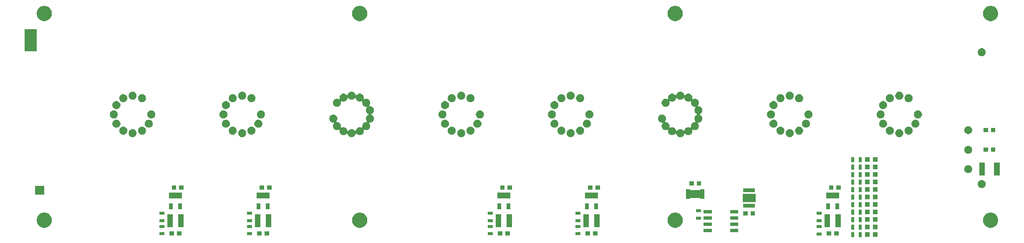
<source format=gts>
G04 #@! TF.GenerationSoftware,KiCad,Pcbnew,(5.1.4)-1*
G04 #@! TF.CreationDate,2020-02-29T21:07:02-06:00*
G04 #@! TF.ProjectId,IV-6_Display_Board,49562d36-5f44-4697-9370-6c61795f426f,rev?*
G04 #@! TF.SameCoordinates,Original*
G04 #@! TF.FileFunction,Soldermask,Top*
G04 #@! TF.FilePolarity,Negative*
%FSLAX46Y46*%
G04 Gerber Fmt 4.6, Leading zero omitted, Abs format (unit mm)*
G04 Created by KiCad (PCBNEW (5.1.4)-1) date 2020-02-29 21:07:02*
%MOMM*%
%LPD*%
G04 APERTURE LIST*
%ADD10C,0.100000*%
G04 APERTURE END LIST*
D10*
G36*
X204187000Y-115690000D02*
G01*
X203585000Y-115690000D01*
X203585000Y-114688000D01*
X204187000Y-114688000D01*
X204187000Y-115690000D01*
X204187000Y-115690000D01*
G37*
G36*
X202687000Y-115690000D02*
G01*
X202085000Y-115690000D01*
X202085000Y-114688000D01*
X202687000Y-114688000D01*
X202687000Y-115690000D01*
X202687000Y-115690000D01*
G37*
G36*
X207372000Y-115640000D02*
G01*
X206470000Y-115640000D01*
X206470000Y-114738000D01*
X207372000Y-114738000D01*
X207372000Y-115640000D01*
X207372000Y-115640000D01*
G37*
G36*
X205772000Y-115640000D02*
G01*
X204870000Y-115640000D01*
X204870000Y-114738000D01*
X205772000Y-114738000D01*
X205772000Y-115640000D01*
X205772000Y-115640000D01*
G37*
G36*
X198010000Y-115421000D02*
G01*
X197108000Y-115421000D01*
X197108000Y-114569000D01*
X198010000Y-114569000D01*
X198010000Y-115421000D01*
X198010000Y-115421000D01*
G37*
G36*
X199510000Y-115421000D02*
G01*
X198608000Y-115421000D01*
X198608000Y-114569000D01*
X199510000Y-114569000D01*
X199510000Y-115421000D01*
X199510000Y-115421000D01*
G37*
G36*
X64660000Y-115421000D02*
G01*
X63758000Y-115421000D01*
X63758000Y-114569000D01*
X64660000Y-114569000D01*
X64660000Y-115421000D01*
X64660000Y-115421000D01*
G37*
G36*
X66160000Y-115421000D02*
G01*
X65258000Y-115421000D01*
X65258000Y-114569000D01*
X66160000Y-114569000D01*
X66160000Y-115421000D01*
X66160000Y-115421000D01*
G37*
G36*
X82440000Y-115421000D02*
G01*
X81538000Y-115421000D01*
X81538000Y-114569000D01*
X82440000Y-114569000D01*
X82440000Y-115421000D01*
X82440000Y-115421000D01*
G37*
G36*
X83940000Y-115421000D02*
G01*
X83038000Y-115421000D01*
X83038000Y-114569000D01*
X83940000Y-114569000D01*
X83940000Y-115421000D01*
X83940000Y-115421000D01*
G37*
G36*
X150577000Y-115421000D02*
G01*
X149675000Y-115421000D01*
X149675000Y-114569000D01*
X150577000Y-114569000D01*
X150577000Y-115421000D01*
X150577000Y-115421000D01*
G37*
G36*
X149077000Y-115421000D02*
G01*
X148175000Y-115421000D01*
X148175000Y-114569000D01*
X149077000Y-114569000D01*
X149077000Y-115421000D01*
X149077000Y-115421000D01*
G37*
G36*
X132797000Y-115421000D02*
G01*
X131895000Y-115421000D01*
X131895000Y-114569000D01*
X132797000Y-114569000D01*
X132797000Y-115421000D01*
X132797000Y-115421000D01*
G37*
G36*
X131297000Y-115421000D02*
G01*
X130395000Y-115421000D01*
X130395000Y-114569000D01*
X131297000Y-114569000D01*
X131297000Y-115421000D01*
X131297000Y-115421000D01*
G37*
G36*
X196079000Y-115411000D02*
G01*
X195077000Y-115411000D01*
X195077000Y-114809000D01*
X196079000Y-114809000D01*
X196079000Y-115411000D01*
X196079000Y-115411000D01*
G37*
G36*
X62729500Y-115347000D02*
G01*
X61727500Y-115347000D01*
X61727500Y-114745000D01*
X62729500Y-114745000D01*
X62729500Y-115347000D01*
X62729500Y-115347000D01*
G37*
G36*
X80509500Y-115347000D02*
G01*
X79507500Y-115347000D01*
X79507500Y-114745000D01*
X80509500Y-114745000D01*
X80509500Y-115347000D01*
X80509500Y-115347000D01*
G37*
G36*
X129367000Y-115347000D02*
G01*
X128365000Y-115347000D01*
X128365000Y-114745000D01*
X129367000Y-114745000D01*
X129367000Y-115347000D01*
X129367000Y-115347000D01*
G37*
G36*
X147147000Y-115347000D02*
G01*
X146145000Y-115347000D01*
X146145000Y-114745000D01*
X147147000Y-114745000D01*
X147147000Y-115347000D01*
X147147000Y-115347000D01*
G37*
G36*
X173767000Y-114714000D02*
G01*
X172115000Y-114714000D01*
X172115000Y-114012000D01*
X173767000Y-114012000D01*
X173767000Y-114714000D01*
X173767000Y-114714000D01*
G37*
G36*
X179167000Y-114714000D02*
G01*
X177515000Y-114714000D01*
X177515000Y-114012000D01*
X179167000Y-114012000D01*
X179167000Y-114714000D01*
X179167000Y-114714000D01*
G37*
G36*
X204187000Y-114166000D02*
G01*
X203585000Y-114166000D01*
X203585000Y-113164000D01*
X204187000Y-113164000D01*
X204187000Y-114166000D01*
X204187000Y-114166000D01*
G37*
G36*
X202687000Y-114166000D02*
G01*
X202085000Y-114166000D01*
X202085000Y-113164000D01*
X202687000Y-113164000D01*
X202687000Y-114166000D01*
X202687000Y-114166000D01*
G37*
G36*
X205772000Y-114116000D02*
G01*
X204870000Y-114116000D01*
X204870000Y-113214000D01*
X205772000Y-113214000D01*
X205772000Y-114116000D01*
X205772000Y-114116000D01*
G37*
G36*
X207372000Y-114116000D02*
G01*
X206470000Y-114116000D01*
X206470000Y-113214000D01*
X207372000Y-113214000D01*
X207372000Y-114116000D01*
X207372000Y-114116000D01*
G37*
G36*
X196079000Y-113911000D02*
G01*
X195077000Y-113911000D01*
X195077000Y-113309000D01*
X196079000Y-113309000D01*
X196079000Y-113911000D01*
X196079000Y-113911000D01*
G37*
G36*
X62729500Y-113847000D02*
G01*
X61727500Y-113847000D01*
X61727500Y-113245000D01*
X62729500Y-113245000D01*
X62729500Y-113847000D01*
X62729500Y-113847000D01*
G37*
G36*
X147147000Y-113847000D02*
G01*
X146145000Y-113847000D01*
X146145000Y-113245000D01*
X147147000Y-113245000D01*
X147147000Y-113847000D01*
X147147000Y-113847000D01*
G37*
G36*
X129367000Y-113847000D02*
G01*
X128365000Y-113847000D01*
X128365000Y-113245000D01*
X129367000Y-113245000D01*
X129367000Y-113847000D01*
X129367000Y-113847000D01*
G37*
G36*
X80509500Y-113847000D02*
G01*
X79507500Y-113847000D01*
X79507500Y-113245000D01*
X80509500Y-113245000D01*
X80509500Y-113847000D01*
X80509500Y-113847000D01*
G37*
G36*
X230643585Y-110759802D02*
G01*
X230793410Y-110789604D01*
X231075674Y-110906521D01*
X231329705Y-111076259D01*
X231545741Y-111292295D01*
X231715479Y-111546326D01*
X231832396Y-111828590D01*
X231892000Y-112128240D01*
X231892000Y-112433760D01*
X231832396Y-112733410D01*
X231715479Y-113015674D01*
X231545741Y-113269705D01*
X231329705Y-113485741D01*
X231075674Y-113655479D01*
X230793410Y-113772396D01*
X230643585Y-113802198D01*
X230493761Y-113832000D01*
X230188239Y-113832000D01*
X230038415Y-113802198D01*
X229888590Y-113772396D01*
X229606326Y-113655479D01*
X229352295Y-113485741D01*
X229136259Y-113269705D01*
X228966521Y-113015674D01*
X228849604Y-112733410D01*
X228790000Y-112433760D01*
X228790000Y-112128240D01*
X228849604Y-111828590D01*
X228966521Y-111546326D01*
X229136259Y-111292295D01*
X229352295Y-111076259D01*
X229606326Y-110906521D01*
X229888590Y-110789604D01*
X230038415Y-110759802D01*
X230188239Y-110730000D01*
X230493761Y-110730000D01*
X230643585Y-110759802D01*
X230643585Y-110759802D01*
G37*
G36*
X102643585Y-110759802D02*
G01*
X102793410Y-110789604D01*
X103075674Y-110906521D01*
X103329705Y-111076259D01*
X103545741Y-111292295D01*
X103715479Y-111546326D01*
X103832396Y-111828590D01*
X103892000Y-112128240D01*
X103892000Y-112433760D01*
X103832396Y-112733410D01*
X103715479Y-113015674D01*
X103545741Y-113269705D01*
X103329705Y-113485741D01*
X103075674Y-113655479D01*
X102793410Y-113772396D01*
X102643585Y-113802198D01*
X102493761Y-113832000D01*
X102188239Y-113832000D01*
X102038415Y-113802198D01*
X101888590Y-113772396D01*
X101606326Y-113655479D01*
X101352295Y-113485741D01*
X101136259Y-113269705D01*
X100966521Y-113015674D01*
X100849604Y-112733410D01*
X100790000Y-112433760D01*
X100790000Y-112128240D01*
X100849604Y-111828590D01*
X100966521Y-111546326D01*
X101136259Y-111292295D01*
X101352295Y-111076259D01*
X101606326Y-110906521D01*
X101888590Y-110789604D01*
X102038415Y-110759802D01*
X102188239Y-110730000D01*
X102493761Y-110730000D01*
X102643585Y-110759802D01*
X102643585Y-110759802D01*
G37*
G36*
X166643585Y-110759802D02*
G01*
X166793410Y-110789604D01*
X167075674Y-110906521D01*
X167329705Y-111076259D01*
X167545741Y-111292295D01*
X167715479Y-111546326D01*
X167832396Y-111828590D01*
X167892000Y-112128240D01*
X167892000Y-112433760D01*
X167832396Y-112733410D01*
X167715479Y-113015674D01*
X167545741Y-113269705D01*
X167329705Y-113485741D01*
X167075674Y-113655479D01*
X166793410Y-113772396D01*
X166643585Y-113802198D01*
X166493761Y-113832000D01*
X166188239Y-113832000D01*
X166038415Y-113802198D01*
X165888590Y-113772396D01*
X165606326Y-113655479D01*
X165352295Y-113485741D01*
X165136259Y-113269705D01*
X164966521Y-113015674D01*
X164849604Y-112733410D01*
X164790000Y-112433760D01*
X164790000Y-112128240D01*
X164849604Y-111828590D01*
X164966521Y-111546326D01*
X165136259Y-111292295D01*
X165352295Y-111076259D01*
X165606326Y-110906521D01*
X165888590Y-110789604D01*
X166038415Y-110759802D01*
X166188239Y-110730000D01*
X166493761Y-110730000D01*
X166643585Y-110759802D01*
X166643585Y-110759802D01*
G37*
G36*
X38643385Y-110759802D02*
G01*
X38793210Y-110789604D01*
X39075474Y-110906521D01*
X39329505Y-111076259D01*
X39545541Y-111292295D01*
X39715279Y-111546326D01*
X39832196Y-111828590D01*
X39891800Y-112128240D01*
X39891800Y-112433760D01*
X39832196Y-112733410D01*
X39715279Y-113015674D01*
X39545541Y-113269705D01*
X39329505Y-113485741D01*
X39075474Y-113655479D01*
X38793210Y-113772396D01*
X38643385Y-113802198D01*
X38493561Y-113832000D01*
X38188039Y-113832000D01*
X38038215Y-113802198D01*
X37888390Y-113772396D01*
X37606126Y-113655479D01*
X37352095Y-113485741D01*
X37136059Y-113269705D01*
X36966321Y-113015674D01*
X36849404Y-112733410D01*
X36789800Y-112433760D01*
X36789800Y-112128240D01*
X36849404Y-111828590D01*
X36966321Y-111546326D01*
X37136059Y-111292295D01*
X37352095Y-111076259D01*
X37606126Y-110906521D01*
X37888390Y-110789604D01*
X38038215Y-110759802D01*
X38188039Y-110730000D01*
X38493561Y-110730000D01*
X38643385Y-110759802D01*
X38643385Y-110759802D01*
G37*
G36*
X197790000Y-113718000D02*
G01*
X196628000Y-113718000D01*
X196628000Y-111066000D01*
X197790000Y-111066000D01*
X197790000Y-113718000D01*
X197790000Y-113718000D01*
G37*
G36*
X199990000Y-113718000D02*
G01*
X198828000Y-113718000D01*
X198828000Y-111066000D01*
X199990000Y-111066000D01*
X199990000Y-113718000D01*
X199990000Y-113718000D01*
G37*
G36*
X64440000Y-113718000D02*
G01*
X63278000Y-113718000D01*
X63278000Y-111066000D01*
X64440000Y-111066000D01*
X64440000Y-113718000D01*
X64440000Y-113718000D01*
G37*
G36*
X66640000Y-113718000D02*
G01*
X65478000Y-113718000D01*
X65478000Y-111066000D01*
X66640000Y-111066000D01*
X66640000Y-113718000D01*
X66640000Y-113718000D01*
G37*
G36*
X151057000Y-113718000D02*
G01*
X149895000Y-113718000D01*
X149895000Y-111066000D01*
X151057000Y-111066000D01*
X151057000Y-113718000D01*
X151057000Y-113718000D01*
G37*
G36*
X148857000Y-113718000D02*
G01*
X147695000Y-113718000D01*
X147695000Y-111066000D01*
X148857000Y-111066000D01*
X148857000Y-113718000D01*
X148857000Y-113718000D01*
G37*
G36*
X131077000Y-113718000D02*
G01*
X129915000Y-113718000D01*
X129915000Y-111066000D01*
X131077000Y-111066000D01*
X131077000Y-113718000D01*
X131077000Y-113718000D01*
G37*
G36*
X84420000Y-113718000D02*
G01*
X83258000Y-113718000D01*
X83258000Y-111066000D01*
X84420000Y-111066000D01*
X84420000Y-113718000D01*
X84420000Y-113718000D01*
G37*
G36*
X82220000Y-113718000D02*
G01*
X81058000Y-113718000D01*
X81058000Y-111066000D01*
X82220000Y-111066000D01*
X82220000Y-113718000D01*
X82220000Y-113718000D01*
G37*
G36*
X133277000Y-113718000D02*
G01*
X132115000Y-113718000D01*
X132115000Y-111066000D01*
X133277000Y-111066000D01*
X133277000Y-113718000D01*
X133277000Y-113718000D01*
G37*
G36*
X173767000Y-113444000D02*
G01*
X172115000Y-113444000D01*
X172115000Y-112742000D01*
X173767000Y-112742000D01*
X173767000Y-113444000D01*
X173767000Y-113444000D01*
G37*
G36*
X179167000Y-113444000D02*
G01*
X177515000Y-113444000D01*
X177515000Y-112742000D01*
X179167000Y-112742000D01*
X179167000Y-113444000D01*
X179167000Y-113444000D01*
G37*
G36*
X147147000Y-112681000D02*
G01*
X146145000Y-112681000D01*
X146145000Y-112079000D01*
X147147000Y-112079000D01*
X147147000Y-112681000D01*
X147147000Y-112681000D01*
G37*
G36*
X196079000Y-112681000D02*
G01*
X195077000Y-112681000D01*
X195077000Y-112079000D01*
X196079000Y-112079000D01*
X196079000Y-112681000D01*
X196079000Y-112681000D01*
G37*
G36*
X80509500Y-112681000D02*
G01*
X79507500Y-112681000D01*
X79507500Y-112079000D01*
X80509500Y-112079000D01*
X80509500Y-112681000D01*
X80509500Y-112681000D01*
G37*
G36*
X62729500Y-112681000D02*
G01*
X61727500Y-112681000D01*
X61727500Y-112079000D01*
X62729500Y-112079000D01*
X62729500Y-112681000D01*
X62729500Y-112681000D01*
G37*
G36*
X129367000Y-112681000D02*
G01*
X128365000Y-112681000D01*
X128365000Y-112079000D01*
X129367000Y-112079000D01*
X129367000Y-112681000D01*
X129367000Y-112681000D01*
G37*
G36*
X204187000Y-112642000D02*
G01*
X203585000Y-112642000D01*
X203585000Y-111640000D01*
X204187000Y-111640000D01*
X204187000Y-112642000D01*
X204187000Y-112642000D01*
G37*
G36*
X202687000Y-112642000D02*
G01*
X202085000Y-112642000D01*
X202085000Y-111640000D01*
X202687000Y-111640000D01*
X202687000Y-112642000D01*
X202687000Y-112642000D01*
G37*
G36*
X207372000Y-112592000D02*
G01*
X206470000Y-112592000D01*
X206470000Y-111690000D01*
X207372000Y-111690000D01*
X207372000Y-112592000D01*
X207372000Y-112592000D01*
G37*
G36*
X205772000Y-112592000D02*
G01*
X204870000Y-112592000D01*
X204870000Y-111690000D01*
X205772000Y-111690000D01*
X205772000Y-112592000D01*
X205772000Y-112592000D01*
G37*
G36*
X171570000Y-112176000D02*
G01*
X170568000Y-112176000D01*
X170568000Y-111574000D01*
X171570000Y-111574000D01*
X171570000Y-112176000D01*
X171570000Y-112176000D01*
G37*
G36*
X179167000Y-112174000D02*
G01*
X177515000Y-112174000D01*
X177515000Y-111472000D01*
X179167000Y-111472000D01*
X179167000Y-112174000D01*
X179167000Y-112174000D01*
G37*
G36*
X173767000Y-112174000D02*
G01*
X172115000Y-112174000D01*
X172115000Y-111472000D01*
X173767000Y-111472000D01*
X173767000Y-112174000D01*
X173767000Y-112174000D01*
G37*
G36*
X182557000Y-111360000D02*
G01*
X181655000Y-111360000D01*
X181655000Y-110508000D01*
X182557000Y-110508000D01*
X182557000Y-111360000D01*
X182557000Y-111360000D01*
G37*
G36*
X181057000Y-111360000D02*
G01*
X180155000Y-111360000D01*
X180155000Y-110508000D01*
X181057000Y-110508000D01*
X181057000Y-111360000D01*
X181057000Y-111360000D01*
G37*
G36*
X147147000Y-111181000D02*
G01*
X146145000Y-111181000D01*
X146145000Y-110579000D01*
X147147000Y-110579000D01*
X147147000Y-111181000D01*
X147147000Y-111181000D01*
G37*
G36*
X129367000Y-111181000D02*
G01*
X128365000Y-111181000D01*
X128365000Y-110579000D01*
X129367000Y-110579000D01*
X129367000Y-111181000D01*
X129367000Y-111181000D01*
G37*
G36*
X62729500Y-111181000D02*
G01*
X61727500Y-111181000D01*
X61727500Y-110579000D01*
X62729500Y-110579000D01*
X62729500Y-111181000D01*
X62729500Y-111181000D01*
G37*
G36*
X80509500Y-111181000D02*
G01*
X79507500Y-111181000D01*
X79507500Y-110579000D01*
X80509500Y-110579000D01*
X80509500Y-111181000D01*
X80509500Y-111181000D01*
G37*
G36*
X196079000Y-111181000D02*
G01*
X195077000Y-111181000D01*
X195077000Y-110579000D01*
X196079000Y-110579000D01*
X196079000Y-111181000D01*
X196079000Y-111181000D01*
G37*
G36*
X202687000Y-111118000D02*
G01*
X202085000Y-111118000D01*
X202085000Y-110116000D01*
X202687000Y-110116000D01*
X202687000Y-111118000D01*
X202687000Y-111118000D01*
G37*
G36*
X204187000Y-111118000D02*
G01*
X203585000Y-111118000D01*
X203585000Y-110116000D01*
X204187000Y-110116000D01*
X204187000Y-111118000D01*
X204187000Y-111118000D01*
G37*
G36*
X205772000Y-111068000D02*
G01*
X204870000Y-111068000D01*
X204870000Y-110166000D01*
X205772000Y-110166000D01*
X205772000Y-111068000D01*
X205772000Y-111068000D01*
G37*
G36*
X207372000Y-111068000D02*
G01*
X206470000Y-111068000D01*
X206470000Y-110166000D01*
X207372000Y-110166000D01*
X207372000Y-111068000D01*
X207372000Y-111068000D01*
G37*
G36*
X173767000Y-110904000D02*
G01*
X172115000Y-110904000D01*
X172115000Y-110202000D01*
X173767000Y-110202000D01*
X173767000Y-110904000D01*
X173767000Y-110904000D01*
G37*
G36*
X179167000Y-110904000D02*
G01*
X177515000Y-110904000D01*
X177515000Y-110202000D01*
X179167000Y-110202000D01*
X179167000Y-110904000D01*
X179167000Y-110904000D01*
G37*
G36*
X171570000Y-110676000D02*
G01*
X170568000Y-110676000D01*
X170568000Y-110074000D01*
X171570000Y-110074000D01*
X171570000Y-110676000D01*
X171570000Y-110676000D01*
G37*
G36*
X132922000Y-110072000D02*
G01*
X132170000Y-110072000D01*
X132170000Y-108910000D01*
X132922000Y-108910000D01*
X132922000Y-110072000D01*
X132922000Y-110072000D01*
G37*
G36*
X197735000Y-110072000D02*
G01*
X196983000Y-110072000D01*
X196983000Y-108910000D01*
X197735000Y-108910000D01*
X197735000Y-110072000D01*
X197735000Y-110072000D01*
G37*
G36*
X150702000Y-110072000D02*
G01*
X149950000Y-110072000D01*
X149950000Y-108910000D01*
X150702000Y-108910000D01*
X150702000Y-110072000D01*
X150702000Y-110072000D01*
G37*
G36*
X148802000Y-110072000D02*
G01*
X148050000Y-110072000D01*
X148050000Y-108910000D01*
X148802000Y-108910000D01*
X148802000Y-110072000D01*
X148802000Y-110072000D01*
G37*
G36*
X131022000Y-110072000D02*
G01*
X130270000Y-110072000D01*
X130270000Y-108910000D01*
X131022000Y-108910000D01*
X131022000Y-110072000D01*
X131022000Y-110072000D01*
G37*
G36*
X84065000Y-110072000D02*
G01*
X83313000Y-110072000D01*
X83313000Y-108910000D01*
X84065000Y-108910000D01*
X84065000Y-110072000D01*
X84065000Y-110072000D01*
G37*
G36*
X82165000Y-110072000D02*
G01*
X81413000Y-110072000D01*
X81413000Y-108910000D01*
X82165000Y-108910000D01*
X82165000Y-110072000D01*
X82165000Y-110072000D01*
G37*
G36*
X64385000Y-110072000D02*
G01*
X63633000Y-110072000D01*
X63633000Y-108910000D01*
X64385000Y-108910000D01*
X64385000Y-110072000D01*
X64385000Y-110072000D01*
G37*
G36*
X199635000Y-110072000D02*
G01*
X198883000Y-110072000D01*
X198883000Y-108910000D01*
X199635000Y-108910000D01*
X199635000Y-110072000D01*
X199635000Y-110072000D01*
G37*
G36*
X66285000Y-110072000D02*
G01*
X65533000Y-110072000D01*
X65533000Y-108910000D01*
X66285000Y-108910000D01*
X66285000Y-110072000D01*
X66285000Y-110072000D01*
G37*
G36*
X182557000Y-109686000D02*
G01*
X180155000Y-109686000D01*
X180155000Y-108934000D01*
X182557000Y-108934000D01*
X182557000Y-109686000D01*
X182557000Y-109686000D01*
G37*
G36*
X204187000Y-109594000D02*
G01*
X203585000Y-109594000D01*
X203585000Y-108592000D01*
X204187000Y-108592000D01*
X204187000Y-109594000D01*
X204187000Y-109594000D01*
G37*
G36*
X202687000Y-109594000D02*
G01*
X202085000Y-109594000D01*
X202085000Y-108592000D01*
X202687000Y-108592000D01*
X202687000Y-109594000D01*
X202687000Y-109594000D01*
G37*
G36*
X205772000Y-109544000D02*
G01*
X204870000Y-109544000D01*
X204870000Y-108642000D01*
X205772000Y-108642000D01*
X205772000Y-109544000D01*
X205772000Y-109544000D01*
G37*
G36*
X207372000Y-109544000D02*
G01*
X206470000Y-109544000D01*
X206470000Y-108642000D01*
X207372000Y-108642000D01*
X207372000Y-109544000D01*
X207372000Y-109544000D01*
G37*
G36*
X182647000Y-108586000D02*
G01*
X180065000Y-108586000D01*
X180065000Y-106934000D01*
X182647000Y-106934000D01*
X182647000Y-108586000D01*
X182647000Y-108586000D01*
G37*
G36*
X202687000Y-108070000D02*
G01*
X202085000Y-108070000D01*
X202085000Y-107068000D01*
X202687000Y-107068000D01*
X202687000Y-108070000D01*
X202687000Y-108070000D01*
G37*
G36*
X204187000Y-108070000D02*
G01*
X203585000Y-108070000D01*
X203585000Y-107068000D01*
X204187000Y-107068000D01*
X204187000Y-108070000D01*
X204187000Y-108070000D01*
G37*
G36*
X207372000Y-108020000D02*
G01*
X206470000Y-108020000D01*
X206470000Y-107118000D01*
X207372000Y-107118000D01*
X207372000Y-108020000D01*
X207372000Y-108020000D01*
G37*
G36*
X205772000Y-108020000D02*
G01*
X204870000Y-108020000D01*
X204870000Y-107118000D01*
X205772000Y-107118000D01*
X205772000Y-108020000D01*
X205772000Y-108020000D01*
G37*
G36*
X169396000Y-106066001D02*
G01*
X169398402Y-106090387D01*
X169405515Y-106113836D01*
X169417066Y-106135447D01*
X169432611Y-106154389D01*
X169451553Y-106169934D01*
X169473164Y-106181485D01*
X169496613Y-106188598D01*
X169520999Y-106191000D01*
X171319001Y-106191000D01*
X171343387Y-106188598D01*
X171366836Y-106181485D01*
X171388447Y-106169934D01*
X171407389Y-106154389D01*
X171422934Y-106135447D01*
X171434485Y-106113836D01*
X171441598Y-106090387D01*
X171444000Y-106066001D01*
X171444000Y-106016000D01*
X172296000Y-106016000D01*
X172296000Y-107918000D01*
X171444000Y-107918000D01*
X171444000Y-107867999D01*
X171441598Y-107843613D01*
X171434485Y-107820164D01*
X171422934Y-107798553D01*
X171407389Y-107779611D01*
X171388447Y-107764066D01*
X171366836Y-107752515D01*
X171343387Y-107745402D01*
X171319001Y-107743000D01*
X169520999Y-107743000D01*
X169496613Y-107745402D01*
X169473164Y-107752515D01*
X169451553Y-107764066D01*
X169432611Y-107779611D01*
X169417066Y-107798553D01*
X169405515Y-107820164D01*
X169398402Y-107843613D01*
X169396000Y-107867999D01*
X169396000Y-107918000D01*
X168544000Y-107918000D01*
X168544000Y-106016000D01*
X169396000Y-106016000D01*
X169396000Y-106066001D01*
X169396000Y-106066001D01*
G37*
G36*
X199635000Y-107872000D02*
G01*
X196983000Y-107872000D01*
X196983000Y-106710000D01*
X199635000Y-106710000D01*
X199635000Y-107872000D01*
X199635000Y-107872000D01*
G37*
G36*
X66285000Y-107872000D02*
G01*
X63633000Y-107872000D01*
X63633000Y-106710000D01*
X66285000Y-106710000D01*
X66285000Y-107872000D01*
X66285000Y-107872000D01*
G37*
G36*
X84065000Y-107872000D02*
G01*
X81413000Y-107872000D01*
X81413000Y-106710000D01*
X84065000Y-106710000D01*
X84065000Y-107872000D01*
X84065000Y-107872000D01*
G37*
G36*
X150702000Y-107872000D02*
G01*
X148050000Y-107872000D01*
X148050000Y-106710000D01*
X150702000Y-106710000D01*
X150702000Y-107872000D01*
X150702000Y-107872000D01*
G37*
G36*
X132922000Y-107872000D02*
G01*
X130270000Y-107872000D01*
X130270000Y-106710000D01*
X132922000Y-106710000D01*
X132922000Y-107872000D01*
X132922000Y-107872000D01*
G37*
G36*
X38302500Y-107137000D02*
G01*
X36500500Y-107137000D01*
X36500500Y-105335000D01*
X38302500Y-105335000D01*
X38302500Y-107137000D01*
X38302500Y-107137000D01*
G37*
G36*
X182557000Y-106586000D02*
G01*
X180155000Y-106586000D01*
X180155000Y-105834000D01*
X182557000Y-105834000D01*
X182557000Y-106586000D01*
X182557000Y-106586000D01*
G37*
G36*
X202687000Y-106546000D02*
G01*
X202085000Y-106546000D01*
X202085000Y-105544000D01*
X202687000Y-105544000D01*
X202687000Y-106546000D01*
X202687000Y-106546000D01*
G37*
G36*
X204187000Y-106546000D02*
G01*
X203585000Y-106546000D01*
X203585000Y-105544000D01*
X204187000Y-105544000D01*
X204187000Y-106546000D01*
X204187000Y-106546000D01*
G37*
G36*
X205772000Y-106496000D02*
G01*
X204870000Y-106496000D01*
X204870000Y-105594000D01*
X205772000Y-105594000D01*
X205772000Y-106496000D01*
X205772000Y-106496000D01*
G37*
G36*
X207372000Y-106496000D02*
G01*
X206470000Y-106496000D01*
X206470000Y-105594000D01*
X207372000Y-105594000D01*
X207372000Y-106496000D01*
X207372000Y-106496000D01*
G37*
G36*
X151085000Y-106086000D02*
G01*
X150183000Y-106086000D01*
X150183000Y-105234000D01*
X151085000Y-105234000D01*
X151085000Y-106086000D01*
X151085000Y-106086000D01*
G37*
G36*
X198455000Y-106086000D02*
G01*
X197553000Y-106086000D01*
X197553000Y-105234000D01*
X198455000Y-105234000D01*
X198455000Y-106086000D01*
X198455000Y-106086000D01*
G37*
G36*
X199955000Y-106086000D02*
G01*
X199053000Y-106086000D01*
X199053000Y-105234000D01*
X199955000Y-105234000D01*
X199955000Y-106086000D01*
X199955000Y-106086000D01*
G37*
G36*
X149585000Y-106086000D02*
G01*
X148683000Y-106086000D01*
X148683000Y-105234000D01*
X149585000Y-105234000D01*
X149585000Y-106086000D01*
X149585000Y-106086000D01*
G37*
G36*
X65104500Y-106086000D02*
G01*
X64202500Y-106086000D01*
X64202500Y-105234000D01*
X65104500Y-105234000D01*
X65104500Y-106086000D01*
X65104500Y-106086000D01*
G37*
G36*
X133241000Y-106086000D02*
G01*
X132339000Y-106086000D01*
X132339000Y-105234000D01*
X133241000Y-105234000D01*
X133241000Y-106086000D01*
X133241000Y-106086000D01*
G37*
G36*
X131741000Y-106086000D02*
G01*
X130839000Y-106086000D01*
X130839000Y-105234000D01*
X131741000Y-105234000D01*
X131741000Y-106086000D01*
X131741000Y-106086000D01*
G37*
G36*
X66604500Y-106086000D02*
G01*
X65702500Y-106086000D01*
X65702500Y-105234000D01*
X66604500Y-105234000D01*
X66604500Y-106086000D01*
X66604500Y-106086000D01*
G37*
G36*
X82948000Y-106086000D02*
G01*
X82046000Y-106086000D01*
X82046000Y-105234000D01*
X82948000Y-105234000D01*
X82948000Y-106086000D01*
X82948000Y-106086000D01*
G37*
G36*
X84448000Y-106086000D02*
G01*
X83546000Y-106086000D01*
X83546000Y-105234000D01*
X84448000Y-105234000D01*
X84448000Y-106086000D01*
X84448000Y-106086000D01*
G37*
G36*
X228799542Y-104163241D02*
G01*
X228947501Y-104224528D01*
X229080655Y-104313498D01*
X229193901Y-104426744D01*
X229282871Y-104559898D01*
X229344158Y-104707857D01*
X229375400Y-104864924D01*
X229375400Y-105025074D01*
X229344158Y-105182141D01*
X229282871Y-105330100D01*
X229193901Y-105463254D01*
X229080655Y-105576500D01*
X228947501Y-105665470D01*
X228799542Y-105726757D01*
X228642475Y-105757999D01*
X228482325Y-105757999D01*
X228325258Y-105726757D01*
X228177299Y-105665470D01*
X228044145Y-105576500D01*
X227930899Y-105463254D01*
X227841929Y-105330100D01*
X227780642Y-105182141D01*
X227749400Y-105025074D01*
X227749400Y-104864924D01*
X227780642Y-104707857D01*
X227841929Y-104559898D01*
X227930899Y-104426744D01*
X228044145Y-104313498D01*
X228177299Y-104224528D01*
X228325258Y-104163241D01*
X228482325Y-104131999D01*
X228642475Y-104131999D01*
X228799542Y-104163241D01*
X228799542Y-104163241D01*
G37*
G36*
X170135000Y-105264000D02*
G01*
X169233000Y-105264000D01*
X169233000Y-104412000D01*
X170135000Y-104412000D01*
X170135000Y-105264000D01*
X170135000Y-105264000D01*
G37*
G36*
X171635000Y-105264000D02*
G01*
X170733000Y-105264000D01*
X170733000Y-104412000D01*
X171635000Y-104412000D01*
X171635000Y-105264000D01*
X171635000Y-105264000D01*
G37*
G36*
X202687000Y-105022000D02*
G01*
X202085000Y-105022000D01*
X202085000Y-104020000D01*
X202687000Y-104020000D01*
X202687000Y-105022000D01*
X202687000Y-105022000D01*
G37*
G36*
X204187000Y-105022000D02*
G01*
X203585000Y-105022000D01*
X203585000Y-104020000D01*
X204187000Y-104020000D01*
X204187000Y-105022000D01*
X204187000Y-105022000D01*
G37*
G36*
X207372000Y-104972000D02*
G01*
X206470000Y-104972000D01*
X206470000Y-104070000D01*
X207372000Y-104070000D01*
X207372000Y-104972000D01*
X207372000Y-104972000D01*
G37*
G36*
X205772000Y-104972000D02*
G01*
X204870000Y-104972000D01*
X204870000Y-104070000D01*
X205772000Y-104070000D01*
X205772000Y-104972000D01*
X205772000Y-104972000D01*
G37*
G36*
X202687000Y-103498000D02*
G01*
X202085000Y-103498000D01*
X202085000Y-102496000D01*
X202687000Y-102496000D01*
X202687000Y-103498000D01*
X202687000Y-103498000D01*
G37*
G36*
X204187000Y-103498000D02*
G01*
X203585000Y-103498000D01*
X203585000Y-102496000D01*
X204187000Y-102496000D01*
X204187000Y-103498000D01*
X204187000Y-103498000D01*
G37*
G36*
X207372000Y-103448000D02*
G01*
X206470000Y-103448000D01*
X206470000Y-102546000D01*
X207372000Y-102546000D01*
X207372000Y-103448000D01*
X207372000Y-103448000D01*
G37*
G36*
X205772000Y-103448000D02*
G01*
X204870000Y-103448000D01*
X204870000Y-102546000D01*
X205772000Y-102546000D01*
X205772000Y-103448000D01*
X205772000Y-103448000D01*
G37*
G36*
X229175000Y-103219000D02*
G01*
X228073000Y-103219000D01*
X228073000Y-100617000D01*
X229175000Y-100617000D01*
X229175000Y-103219000D01*
X229175000Y-103219000D01*
G37*
G36*
X232175000Y-103219000D02*
G01*
X231073000Y-103219000D01*
X231073000Y-100617000D01*
X232175000Y-100617000D01*
X232175000Y-103219000D01*
X232175000Y-103219000D01*
G37*
G36*
X226039642Y-101147781D02*
G01*
X226185414Y-101208162D01*
X226185416Y-101208163D01*
X226316608Y-101295822D01*
X226428178Y-101407392D01*
X226515837Y-101538584D01*
X226515838Y-101538586D01*
X226576219Y-101684358D01*
X226607000Y-101839107D01*
X226607000Y-101996893D01*
X226576219Y-102151642D01*
X226515838Y-102297414D01*
X226515837Y-102297416D01*
X226428178Y-102428608D01*
X226316608Y-102540178D01*
X226185416Y-102627837D01*
X226185415Y-102627838D01*
X226185414Y-102627838D01*
X226039642Y-102688219D01*
X225884893Y-102719000D01*
X225727107Y-102719000D01*
X225572358Y-102688219D01*
X225426586Y-102627838D01*
X225426585Y-102627838D01*
X225426584Y-102627837D01*
X225295392Y-102540178D01*
X225183822Y-102428608D01*
X225096163Y-102297416D01*
X225096162Y-102297414D01*
X225035781Y-102151642D01*
X225005000Y-101996893D01*
X225005000Y-101839107D01*
X225035781Y-101684358D01*
X225096162Y-101538586D01*
X225096163Y-101538584D01*
X225183822Y-101407392D01*
X225295392Y-101295822D01*
X225426584Y-101208163D01*
X225426586Y-101208162D01*
X225572358Y-101147781D01*
X225727107Y-101117000D01*
X225884893Y-101117000D01*
X226039642Y-101147781D01*
X226039642Y-101147781D01*
G37*
G36*
X202687000Y-101974000D02*
G01*
X202085000Y-101974000D01*
X202085000Y-100972000D01*
X202687000Y-100972000D01*
X202687000Y-101974000D01*
X202687000Y-101974000D01*
G37*
G36*
X204187000Y-101974000D02*
G01*
X203585000Y-101974000D01*
X203585000Y-100972000D01*
X204187000Y-100972000D01*
X204187000Y-101974000D01*
X204187000Y-101974000D01*
G37*
G36*
X207372000Y-101924000D02*
G01*
X206470000Y-101924000D01*
X206470000Y-101022000D01*
X207372000Y-101022000D01*
X207372000Y-101924000D01*
X207372000Y-101924000D01*
G37*
G36*
X205772000Y-101924000D02*
G01*
X204870000Y-101924000D01*
X204870000Y-101022000D01*
X205772000Y-101022000D01*
X205772000Y-101924000D01*
X205772000Y-101924000D01*
G37*
G36*
X204187000Y-100450000D02*
G01*
X203585000Y-100450000D01*
X203585000Y-99448000D01*
X204187000Y-99448000D01*
X204187000Y-100450000D01*
X204187000Y-100450000D01*
G37*
G36*
X202687000Y-100450000D02*
G01*
X202085000Y-100450000D01*
X202085000Y-99448000D01*
X202687000Y-99448000D01*
X202687000Y-100450000D01*
X202687000Y-100450000D01*
G37*
G36*
X207372000Y-100400000D02*
G01*
X206470000Y-100400000D01*
X206470000Y-99498000D01*
X207372000Y-99498000D01*
X207372000Y-100400000D01*
X207372000Y-100400000D01*
G37*
G36*
X205772000Y-100400000D02*
G01*
X204870000Y-100400000D01*
X204870000Y-99498000D01*
X205772000Y-99498000D01*
X205772000Y-100400000D01*
X205772000Y-100400000D01*
G37*
G36*
X226039642Y-97210281D02*
G01*
X226185414Y-97270662D01*
X226185416Y-97270663D01*
X226316608Y-97358322D01*
X226428178Y-97469892D01*
X226515837Y-97601084D01*
X226515838Y-97601086D01*
X226576219Y-97746858D01*
X226607000Y-97901607D01*
X226607000Y-98059393D01*
X226576219Y-98214142D01*
X226515838Y-98359914D01*
X226515837Y-98359916D01*
X226428178Y-98491108D01*
X226316608Y-98602678D01*
X226185416Y-98690337D01*
X226185415Y-98690338D01*
X226185414Y-98690338D01*
X226039642Y-98750719D01*
X225884893Y-98781500D01*
X225727107Y-98781500D01*
X225572358Y-98750719D01*
X225426586Y-98690338D01*
X225426585Y-98690338D01*
X225426584Y-98690337D01*
X225295392Y-98602678D01*
X225183822Y-98491108D01*
X225096163Y-98359916D01*
X225096162Y-98359914D01*
X225035781Y-98214142D01*
X225005000Y-98059393D01*
X225005000Y-97901607D01*
X225035781Y-97746858D01*
X225096162Y-97601086D01*
X225096163Y-97601084D01*
X225183822Y-97469892D01*
X225295392Y-97358322D01*
X225426584Y-97270663D01*
X225426586Y-97270662D01*
X225572358Y-97210281D01*
X225727107Y-97179500D01*
X225884893Y-97179500D01*
X226039642Y-97210281D01*
X226039642Y-97210281D01*
G37*
G36*
X231325000Y-98406500D02*
G01*
X230423000Y-98406500D01*
X230423000Y-97554500D01*
X231325000Y-97554500D01*
X231325000Y-98406500D01*
X231325000Y-98406500D01*
G37*
G36*
X229825000Y-98406500D02*
G01*
X228923000Y-98406500D01*
X228923000Y-97554500D01*
X229825000Y-97554500D01*
X229825000Y-98406500D01*
X229825000Y-98406500D01*
G37*
G36*
X123161142Y-93811742D02*
G01*
X123309101Y-93873029D01*
X123442255Y-93961999D01*
X123555501Y-94075245D01*
X123644471Y-94208399D01*
X123705758Y-94356358D01*
X123737000Y-94513425D01*
X123737000Y-94673575D01*
X123705758Y-94830642D01*
X123644471Y-94978601D01*
X123555501Y-95111755D01*
X123442255Y-95225001D01*
X123309101Y-95313971D01*
X123161142Y-95375258D01*
X123004075Y-95406500D01*
X122843925Y-95406500D01*
X122686858Y-95375258D01*
X122538899Y-95313971D01*
X122405745Y-95225001D01*
X122292499Y-95111755D01*
X122203529Y-94978601D01*
X122142242Y-94830642D01*
X122111000Y-94673575D01*
X122111000Y-94513425D01*
X122142242Y-94356358D01*
X122203529Y-94208399D01*
X122292499Y-94075245D01*
X122405745Y-93961999D01*
X122538899Y-93873029D01*
X122686858Y-93811742D01*
X122843925Y-93780500D01*
X123004075Y-93780500D01*
X123161142Y-93811742D01*
X123161142Y-93811742D01*
G37*
G36*
X56495342Y-93811742D02*
G01*
X56643301Y-93873029D01*
X56776455Y-93961999D01*
X56889701Y-94075245D01*
X56978671Y-94208399D01*
X57039958Y-94356358D01*
X57071200Y-94513425D01*
X57071200Y-94673575D01*
X57039958Y-94830642D01*
X56978671Y-94978601D01*
X56889701Y-95111755D01*
X56776455Y-95225001D01*
X56643301Y-95313971D01*
X56495342Y-95375258D01*
X56338275Y-95406500D01*
X56178125Y-95406500D01*
X56021058Y-95375258D01*
X55873099Y-95313971D01*
X55739945Y-95225001D01*
X55626699Y-95111755D01*
X55537729Y-94978601D01*
X55476442Y-94830642D01*
X55445200Y-94673575D01*
X55445200Y-94513425D01*
X55476442Y-94356358D01*
X55537729Y-94208399D01*
X55626699Y-94075245D01*
X55739945Y-93961999D01*
X55873099Y-93873029D01*
X56021058Y-93811742D01*
X56178125Y-93780500D01*
X56338275Y-93780500D01*
X56495342Y-93811742D01*
X56495342Y-93811742D01*
G37*
G36*
X78717542Y-93811742D02*
G01*
X78865501Y-93873029D01*
X78998655Y-93961999D01*
X79111901Y-94075245D01*
X79200871Y-94208399D01*
X79262158Y-94356358D01*
X79293400Y-94513425D01*
X79293400Y-94673575D01*
X79262158Y-94830642D01*
X79200871Y-94978601D01*
X79111901Y-95111755D01*
X78998655Y-95225001D01*
X78865501Y-95313971D01*
X78717542Y-95375258D01*
X78560475Y-95406500D01*
X78400325Y-95406500D01*
X78243258Y-95375258D01*
X78095299Y-95313971D01*
X77962145Y-95225001D01*
X77848899Y-95111755D01*
X77759929Y-94978601D01*
X77698642Y-94830642D01*
X77667400Y-94673575D01*
X77667400Y-94513425D01*
X77698642Y-94356358D01*
X77759929Y-94208399D01*
X77848899Y-94075245D01*
X77962145Y-93961999D01*
X78095299Y-93873029D01*
X78243258Y-93811742D01*
X78400325Y-93780500D01*
X78560475Y-93780500D01*
X78717542Y-93811742D01*
X78717542Y-93811742D01*
G37*
G36*
X189829142Y-93811742D02*
G01*
X189977101Y-93873029D01*
X190110255Y-93961999D01*
X190223501Y-94075245D01*
X190312471Y-94208399D01*
X190373758Y-94356358D01*
X190405000Y-94513425D01*
X190405000Y-94673575D01*
X190373758Y-94830642D01*
X190312471Y-94978601D01*
X190223501Y-95111755D01*
X190110255Y-95225001D01*
X189977101Y-95313971D01*
X189829142Y-95375258D01*
X189672075Y-95406500D01*
X189511925Y-95406500D01*
X189354858Y-95375258D01*
X189206899Y-95313971D01*
X189073745Y-95225001D01*
X188960499Y-95111755D01*
X188871529Y-94978601D01*
X188810242Y-94830642D01*
X188779000Y-94673575D01*
X188779000Y-94513425D01*
X188810242Y-94356358D01*
X188871529Y-94208399D01*
X188960499Y-94075245D01*
X189073745Y-93961999D01*
X189206899Y-93873029D01*
X189354858Y-93811742D01*
X189511925Y-93780500D01*
X189672075Y-93780500D01*
X189829142Y-93811742D01*
X189829142Y-93811742D01*
G37*
G36*
X167607142Y-86211742D02*
G01*
X167755101Y-86273029D01*
X167888255Y-86361999D01*
X168001501Y-86475245D01*
X168090471Y-86608399D01*
X168151758Y-86756357D01*
X168161503Y-86805349D01*
X168168616Y-86828797D01*
X168180167Y-86850408D01*
X168195713Y-86869350D01*
X168214655Y-86884895D01*
X168236265Y-86896446D01*
X168259714Y-86903559D01*
X168284100Y-86905961D01*
X168308487Y-86903559D01*
X168331935Y-86896446D01*
X168353546Y-86884895D01*
X168372488Y-86869349D01*
X168386278Y-86852546D01*
X168500505Y-86738319D01*
X168633659Y-86649349D01*
X168781618Y-86588062D01*
X168938685Y-86556820D01*
X169098835Y-86556820D01*
X169255902Y-86588062D01*
X169403861Y-86649349D01*
X169537015Y-86738319D01*
X169650261Y-86851565D01*
X169739231Y-86984719D01*
X169800518Y-87132678D01*
X169831760Y-87289745D01*
X169831760Y-87449896D01*
X169811208Y-87553221D01*
X169808806Y-87577607D01*
X169811208Y-87601993D01*
X169818321Y-87625442D01*
X169829873Y-87647052D01*
X169845418Y-87665994D01*
X169864360Y-87681539D01*
X169885971Y-87693090D01*
X169909420Y-87700203D01*
X169933806Y-87702605D01*
X169958192Y-87700203D01*
X169981640Y-87693090D01*
X170103818Y-87642482D01*
X170260885Y-87611240D01*
X170421035Y-87611240D01*
X170578102Y-87642482D01*
X170726061Y-87703769D01*
X170859215Y-87792739D01*
X170972461Y-87905985D01*
X171061431Y-88039139D01*
X171122718Y-88187098D01*
X171153960Y-88344165D01*
X171153960Y-88504315D01*
X171122718Y-88661382D01*
X171061431Y-88809341D01*
X170973810Y-88940476D01*
X170962259Y-88962086D01*
X170955146Y-88985535D01*
X170952744Y-89009921D01*
X170955146Y-89034308D01*
X170962259Y-89057756D01*
X170973810Y-89079367D01*
X170989356Y-89098309D01*
X171008298Y-89113854D01*
X171029908Y-89125405D01*
X171053357Y-89132518D01*
X171077743Y-89134920D01*
X171154805Y-89134920D01*
X171311872Y-89166162D01*
X171459831Y-89227449D01*
X171592985Y-89316419D01*
X171706231Y-89429665D01*
X171795201Y-89562819D01*
X171856488Y-89710778D01*
X171887730Y-89867845D01*
X171887730Y-90027995D01*
X171856488Y-90185062D01*
X171795201Y-90333021D01*
X171706231Y-90466175D01*
X171592985Y-90579421D01*
X171459831Y-90668391D01*
X171436594Y-90678016D01*
X171414983Y-90689567D01*
X171396041Y-90705113D01*
X171380496Y-90724054D01*
X171368945Y-90745665D01*
X171361832Y-90769114D01*
X171359430Y-90793500D01*
X171361832Y-90817886D01*
X171368945Y-90841335D01*
X171380496Y-90862946D01*
X171396042Y-90881888D01*
X171414983Y-90897433D01*
X171436594Y-90908984D01*
X171459831Y-90918609D01*
X171592985Y-91007579D01*
X171706231Y-91120825D01*
X171795201Y-91253979D01*
X171856488Y-91401938D01*
X171887730Y-91559005D01*
X171887730Y-91719155D01*
X171856488Y-91876222D01*
X171795201Y-92024181D01*
X171706231Y-92157335D01*
X171592985Y-92270581D01*
X171459831Y-92359551D01*
X171311872Y-92420838D01*
X171154805Y-92452080D01*
X171077743Y-92452080D01*
X171053357Y-92454482D01*
X171029908Y-92461595D01*
X171008297Y-92473146D01*
X170989355Y-92488691D01*
X170973810Y-92507633D01*
X170962259Y-92529244D01*
X170955146Y-92552693D01*
X170952744Y-92577079D01*
X170955146Y-92601465D01*
X170962259Y-92624914D01*
X170973810Y-92646524D01*
X171061431Y-92777659D01*
X171122718Y-92925618D01*
X171153960Y-93082685D01*
X171153960Y-93242835D01*
X171122718Y-93399902D01*
X171061431Y-93547861D01*
X170972461Y-93681015D01*
X170859215Y-93794261D01*
X170726061Y-93883231D01*
X170578102Y-93944518D01*
X170421035Y-93975760D01*
X170260885Y-93975760D01*
X170103818Y-93944518D01*
X169981640Y-93893910D01*
X169958191Y-93886797D01*
X169933805Y-93884395D01*
X169909419Y-93886797D01*
X169885970Y-93893910D01*
X169864360Y-93905461D01*
X169845418Y-93921006D01*
X169829872Y-93939948D01*
X169818321Y-93961559D01*
X169811208Y-93985008D01*
X169808806Y-94009394D01*
X169811208Y-94033779D01*
X169831760Y-94137104D01*
X169831760Y-94297255D01*
X169800518Y-94454322D01*
X169739231Y-94602281D01*
X169650261Y-94735435D01*
X169537015Y-94848681D01*
X169403861Y-94937651D01*
X169255902Y-94998938D01*
X169098835Y-95030180D01*
X168938685Y-95030180D01*
X168781618Y-94998938D01*
X168633659Y-94937651D01*
X168500505Y-94848681D01*
X168386278Y-94734454D01*
X168372490Y-94717653D01*
X168353549Y-94702107D01*
X168331939Y-94690555D01*
X168308490Y-94683442D01*
X168284104Y-94681039D01*
X168259718Y-94683440D01*
X168236268Y-94690553D01*
X168214657Y-94702103D01*
X168195715Y-94717648D01*
X168180169Y-94736589D01*
X168168617Y-94758199D01*
X168161503Y-94781651D01*
X168151758Y-94830643D01*
X168090471Y-94978601D01*
X168001501Y-95111755D01*
X167888255Y-95225001D01*
X167755101Y-95313971D01*
X167607142Y-95375258D01*
X167450075Y-95406500D01*
X167289925Y-95406500D01*
X167132858Y-95375258D01*
X166984899Y-95313971D01*
X166851745Y-95225001D01*
X166738499Y-95111755D01*
X166649529Y-94978601D01*
X166588242Y-94830643D01*
X166578497Y-94781651D01*
X166571384Y-94758203D01*
X166559833Y-94736592D01*
X166544287Y-94717650D01*
X166525345Y-94702105D01*
X166503735Y-94690554D01*
X166480286Y-94683441D01*
X166455900Y-94681039D01*
X166431513Y-94683441D01*
X166408065Y-94690554D01*
X166386454Y-94702105D01*
X166367512Y-94717651D01*
X166353722Y-94734454D01*
X166239495Y-94848681D01*
X166106341Y-94937651D01*
X165958382Y-94998938D01*
X165801315Y-95030180D01*
X165641165Y-95030180D01*
X165484098Y-94998938D01*
X165336139Y-94937651D01*
X165202985Y-94848681D01*
X165089739Y-94735435D01*
X165000769Y-94602281D01*
X164939482Y-94454322D01*
X164908240Y-94297255D01*
X164908240Y-94137104D01*
X164928792Y-94033779D01*
X164931194Y-94009393D01*
X164928792Y-93985007D01*
X164921679Y-93961558D01*
X164910127Y-93939948D01*
X164894582Y-93921006D01*
X164875640Y-93905461D01*
X164854029Y-93893910D01*
X164830580Y-93886797D01*
X164806194Y-93884395D01*
X164781808Y-93886797D01*
X164758360Y-93893910D01*
X164636182Y-93944518D01*
X164479115Y-93975760D01*
X164318965Y-93975760D01*
X164161898Y-93944518D01*
X164013939Y-93883231D01*
X163880785Y-93794261D01*
X163767539Y-93681015D01*
X163678569Y-93547861D01*
X163617282Y-93399902D01*
X163586040Y-93242835D01*
X163586040Y-93082685D01*
X163617282Y-92925618D01*
X163678569Y-92777659D01*
X163766190Y-92646524D01*
X163777741Y-92624914D01*
X163784854Y-92601465D01*
X163787256Y-92577079D01*
X163784854Y-92552692D01*
X163777741Y-92529244D01*
X163766190Y-92507633D01*
X163750644Y-92488691D01*
X163731702Y-92473146D01*
X163710092Y-92461595D01*
X163686643Y-92454482D01*
X163662257Y-92452080D01*
X163585195Y-92452080D01*
X163428128Y-92420838D01*
X163280169Y-92359551D01*
X163147015Y-92270581D01*
X163033769Y-92157335D01*
X162944799Y-92024181D01*
X162883512Y-91876222D01*
X162852270Y-91719155D01*
X162852270Y-91559005D01*
X162883512Y-91401938D01*
X162944799Y-91253979D01*
X163033769Y-91120825D01*
X163147015Y-91007579D01*
X163280169Y-90918609D01*
X163428128Y-90857322D01*
X163585195Y-90826080D01*
X163745345Y-90826080D01*
X163902412Y-90857322D01*
X164050371Y-90918609D01*
X164183525Y-91007579D01*
X164296771Y-91120825D01*
X164385741Y-91253979D01*
X164447028Y-91401938D01*
X164478270Y-91559005D01*
X164478270Y-91719155D01*
X164447028Y-91876222D01*
X164385741Y-92024181D01*
X164298120Y-92155316D01*
X164286569Y-92176926D01*
X164279456Y-92200375D01*
X164277054Y-92224761D01*
X164279456Y-92249148D01*
X164286569Y-92272596D01*
X164298120Y-92294207D01*
X164313666Y-92313149D01*
X164332608Y-92328694D01*
X164354218Y-92340245D01*
X164377667Y-92347358D01*
X164402053Y-92349760D01*
X164479115Y-92349760D01*
X164636182Y-92381002D01*
X164784141Y-92442289D01*
X164917295Y-92531259D01*
X165030541Y-92644505D01*
X165119511Y-92777659D01*
X165180798Y-92925618D01*
X165212040Y-93082685D01*
X165212040Y-93242836D01*
X165191488Y-93346161D01*
X165189086Y-93370547D01*
X165191488Y-93394933D01*
X165198601Y-93418382D01*
X165210153Y-93439992D01*
X165225698Y-93458934D01*
X165244640Y-93474479D01*
X165266251Y-93486030D01*
X165289700Y-93493143D01*
X165314086Y-93495545D01*
X165338472Y-93493143D01*
X165361920Y-93486030D01*
X165484098Y-93435422D01*
X165641165Y-93404180D01*
X165801315Y-93404180D01*
X165958382Y-93435422D01*
X166106341Y-93496709D01*
X166239495Y-93585679D01*
X166352741Y-93698925D01*
X166441711Y-93832079D01*
X166502998Y-93980037D01*
X166512743Y-94029029D01*
X166519856Y-94052477D01*
X166531407Y-94074088D01*
X166546953Y-94093030D01*
X166565895Y-94108575D01*
X166587505Y-94120126D01*
X166610954Y-94127239D01*
X166635340Y-94129641D01*
X166659727Y-94127239D01*
X166683175Y-94120126D01*
X166704786Y-94108575D01*
X166723728Y-94093029D01*
X166737518Y-94076226D01*
X166851745Y-93961999D01*
X166984899Y-93873029D01*
X167132858Y-93811742D01*
X167289925Y-93780500D01*
X167450075Y-93780500D01*
X167607142Y-93811742D01*
X167755101Y-93873029D01*
X167888255Y-93961999D01*
X168002482Y-94076226D01*
X168016270Y-94093027D01*
X168035211Y-94108573D01*
X168056821Y-94120125D01*
X168080270Y-94127238D01*
X168104656Y-94129641D01*
X168129042Y-94127240D01*
X168152492Y-94120127D01*
X168174103Y-94108577D01*
X168193045Y-94093032D01*
X168208591Y-94074091D01*
X168220143Y-94052481D01*
X168227257Y-94029029D01*
X168237002Y-93980037D01*
X168298289Y-93832079D01*
X168387259Y-93698925D01*
X168500505Y-93585679D01*
X168633659Y-93496709D01*
X168781618Y-93435422D01*
X168938685Y-93404180D01*
X169098835Y-93404180D01*
X169255902Y-93435422D01*
X169378080Y-93486030D01*
X169401529Y-93493143D01*
X169425915Y-93495545D01*
X169450301Y-93493143D01*
X169473750Y-93486030D01*
X169495360Y-93474479D01*
X169514302Y-93458934D01*
X169529848Y-93439992D01*
X169541399Y-93418381D01*
X169548512Y-93394932D01*
X169550914Y-93370546D01*
X169548512Y-93346161D01*
X169527960Y-93242836D01*
X169527960Y-93082685D01*
X169559202Y-92925618D01*
X169620489Y-92777659D01*
X169709459Y-92644505D01*
X169822705Y-92531259D01*
X169955859Y-92442289D01*
X170103818Y-92381002D01*
X170260885Y-92349760D01*
X170337947Y-92349760D01*
X170362333Y-92347358D01*
X170385782Y-92340245D01*
X170407393Y-92328694D01*
X170426335Y-92313149D01*
X170441880Y-92294207D01*
X170453431Y-92272596D01*
X170460544Y-92249147D01*
X170462946Y-92224761D01*
X170460544Y-92200375D01*
X170453431Y-92176926D01*
X170441880Y-92155316D01*
X170354259Y-92024181D01*
X170292972Y-91876222D01*
X170261730Y-91719155D01*
X170261730Y-91559005D01*
X170292972Y-91401938D01*
X170354259Y-91253979D01*
X170443229Y-91120825D01*
X170556475Y-91007579D01*
X170689629Y-90918609D01*
X170712866Y-90908984D01*
X170734477Y-90897433D01*
X170753419Y-90881887D01*
X170768964Y-90862946D01*
X170780515Y-90841335D01*
X170787628Y-90817886D01*
X170790030Y-90793500D01*
X170787628Y-90769114D01*
X170780515Y-90745665D01*
X170768964Y-90724054D01*
X170753418Y-90705112D01*
X170734477Y-90689567D01*
X170712866Y-90678016D01*
X170689629Y-90668391D01*
X170556475Y-90579421D01*
X170443229Y-90466175D01*
X170354259Y-90333021D01*
X170292972Y-90185062D01*
X170261730Y-90027995D01*
X170261730Y-89867845D01*
X170292972Y-89710778D01*
X170354259Y-89562819D01*
X170441880Y-89431684D01*
X170453431Y-89410074D01*
X170460544Y-89386625D01*
X170462946Y-89362239D01*
X170460544Y-89337852D01*
X170453431Y-89314404D01*
X170441880Y-89292793D01*
X170426334Y-89273851D01*
X170407392Y-89258306D01*
X170385782Y-89246755D01*
X170362333Y-89239642D01*
X170337947Y-89237240D01*
X170260885Y-89237240D01*
X170103818Y-89205998D01*
X169955859Y-89144711D01*
X169822705Y-89055741D01*
X169709459Y-88942495D01*
X169620489Y-88809341D01*
X169559202Y-88661382D01*
X169527960Y-88504315D01*
X169527960Y-88344164D01*
X169548512Y-88240839D01*
X169550914Y-88216453D01*
X169548512Y-88192067D01*
X169541399Y-88168618D01*
X169529847Y-88147008D01*
X169514302Y-88128066D01*
X169495360Y-88112521D01*
X169473749Y-88100970D01*
X169450300Y-88093857D01*
X169425914Y-88091455D01*
X169401528Y-88093857D01*
X169378080Y-88100970D01*
X169255902Y-88151578D01*
X169098835Y-88182820D01*
X168938685Y-88182820D01*
X168781618Y-88151578D01*
X168633659Y-88090291D01*
X168500505Y-88001321D01*
X168387259Y-87888075D01*
X168298289Y-87754921D01*
X168237002Y-87606963D01*
X168227257Y-87557971D01*
X168220144Y-87534523D01*
X168208593Y-87512912D01*
X168193047Y-87493970D01*
X168174105Y-87478425D01*
X168152495Y-87466874D01*
X168129046Y-87459761D01*
X168104660Y-87457359D01*
X168080273Y-87459761D01*
X168056825Y-87466874D01*
X168035214Y-87478425D01*
X168016272Y-87493971D01*
X168002482Y-87510774D01*
X167888255Y-87625001D01*
X167755101Y-87713971D01*
X167607142Y-87775258D01*
X167450075Y-87806500D01*
X167289925Y-87806500D01*
X167132858Y-87775258D01*
X166984899Y-87713971D01*
X166851745Y-87625001D01*
X166737518Y-87510774D01*
X166723730Y-87493973D01*
X166704789Y-87478427D01*
X166683179Y-87466875D01*
X166659730Y-87459762D01*
X166635344Y-87457359D01*
X166610958Y-87459760D01*
X166587508Y-87466873D01*
X166565897Y-87478423D01*
X166546955Y-87493968D01*
X166531409Y-87512909D01*
X166519857Y-87534519D01*
X166512743Y-87557971D01*
X166502998Y-87606963D01*
X166441711Y-87754921D01*
X166352741Y-87888075D01*
X166239495Y-88001321D01*
X166106341Y-88090291D01*
X165958382Y-88151578D01*
X165801315Y-88182820D01*
X165641165Y-88182820D01*
X165484098Y-88151578D01*
X165361920Y-88100970D01*
X165338471Y-88093857D01*
X165314085Y-88091455D01*
X165289699Y-88093857D01*
X165266250Y-88100970D01*
X165244640Y-88112521D01*
X165225698Y-88128066D01*
X165210152Y-88147008D01*
X165198601Y-88168619D01*
X165191488Y-88192068D01*
X165189086Y-88216454D01*
X165191488Y-88240839D01*
X165212040Y-88344164D01*
X165212040Y-88504315D01*
X165180798Y-88661382D01*
X165119511Y-88809341D01*
X165030541Y-88942495D01*
X164917295Y-89055741D01*
X164784141Y-89144711D01*
X164636182Y-89205998D01*
X164479115Y-89237240D01*
X164318965Y-89237240D01*
X164161898Y-89205998D01*
X164013939Y-89144711D01*
X163880785Y-89055741D01*
X163767539Y-88942495D01*
X163678569Y-88809341D01*
X163617282Y-88661382D01*
X163586040Y-88504315D01*
X163586040Y-88344165D01*
X163617282Y-88187098D01*
X163678569Y-88039139D01*
X163767539Y-87905985D01*
X163880785Y-87792739D01*
X164013939Y-87703769D01*
X164161898Y-87642482D01*
X164318965Y-87611240D01*
X164479115Y-87611240D01*
X164636182Y-87642482D01*
X164758360Y-87693090D01*
X164781809Y-87700203D01*
X164806195Y-87702605D01*
X164830581Y-87700203D01*
X164854030Y-87693090D01*
X164875640Y-87681539D01*
X164894582Y-87665994D01*
X164910128Y-87647052D01*
X164921679Y-87625441D01*
X164928792Y-87601992D01*
X164931194Y-87577606D01*
X164928792Y-87553221D01*
X164908240Y-87449896D01*
X164908240Y-87289745D01*
X164939482Y-87132678D01*
X165000769Y-86984719D01*
X165089739Y-86851565D01*
X165202985Y-86738319D01*
X165336139Y-86649349D01*
X165484098Y-86588062D01*
X165641165Y-86556820D01*
X165801315Y-86556820D01*
X165958382Y-86588062D01*
X166106341Y-86649349D01*
X166239495Y-86738319D01*
X166353722Y-86852546D01*
X166367510Y-86869347D01*
X166386451Y-86884893D01*
X166408061Y-86896445D01*
X166431510Y-86903558D01*
X166455896Y-86905961D01*
X166480282Y-86903560D01*
X166503732Y-86896447D01*
X166525343Y-86884897D01*
X166544285Y-86869352D01*
X166559831Y-86850411D01*
X166571383Y-86828801D01*
X166578497Y-86805349D01*
X166588242Y-86756357D01*
X166649529Y-86608399D01*
X166738499Y-86475245D01*
X166851745Y-86361999D01*
X166984899Y-86273029D01*
X167132858Y-86211742D01*
X167289925Y-86180500D01*
X167450075Y-86180500D01*
X167607142Y-86211742D01*
X167607142Y-86211742D01*
G37*
G36*
X212051142Y-93811742D02*
G01*
X212199101Y-93873029D01*
X212332255Y-93961999D01*
X212445501Y-94075245D01*
X212534471Y-94208399D01*
X212595758Y-94356358D01*
X212627000Y-94513425D01*
X212627000Y-94673575D01*
X212595758Y-94830642D01*
X212534471Y-94978601D01*
X212445501Y-95111755D01*
X212332255Y-95225001D01*
X212199101Y-95313971D01*
X212051142Y-95375258D01*
X211894075Y-95406500D01*
X211733925Y-95406500D01*
X211576858Y-95375258D01*
X211428899Y-95313971D01*
X211295745Y-95225001D01*
X211182499Y-95111755D01*
X211093529Y-94978601D01*
X211032242Y-94830642D01*
X211001000Y-94673575D01*
X211001000Y-94513425D01*
X211032242Y-94356358D01*
X211093529Y-94208399D01*
X211182499Y-94075245D01*
X211295745Y-93961999D01*
X211428899Y-93873029D01*
X211576858Y-93811742D01*
X211733925Y-93780500D01*
X211894075Y-93780500D01*
X212051142Y-93811742D01*
X212051142Y-93811742D01*
G37*
G36*
X100940142Y-86211742D02*
G01*
X101088101Y-86273029D01*
X101221255Y-86361999D01*
X101334501Y-86475245D01*
X101423471Y-86608399D01*
X101484758Y-86756357D01*
X101494503Y-86805349D01*
X101501616Y-86828797D01*
X101513167Y-86850408D01*
X101528713Y-86869350D01*
X101547655Y-86884895D01*
X101569265Y-86896446D01*
X101592714Y-86903559D01*
X101617100Y-86905961D01*
X101641487Y-86903559D01*
X101664935Y-86896446D01*
X101686546Y-86884895D01*
X101705488Y-86869349D01*
X101719278Y-86852546D01*
X101833505Y-86738319D01*
X101966659Y-86649349D01*
X102114618Y-86588062D01*
X102271685Y-86556820D01*
X102431835Y-86556820D01*
X102588902Y-86588062D01*
X102736861Y-86649349D01*
X102870015Y-86738319D01*
X102983261Y-86851565D01*
X103072231Y-86984719D01*
X103133518Y-87132678D01*
X103164760Y-87289745D01*
X103164760Y-87449896D01*
X103144208Y-87553221D01*
X103141806Y-87577607D01*
X103144208Y-87601993D01*
X103151321Y-87625442D01*
X103162873Y-87647052D01*
X103178418Y-87665994D01*
X103197360Y-87681539D01*
X103218971Y-87693090D01*
X103242420Y-87700203D01*
X103266806Y-87702605D01*
X103291192Y-87700203D01*
X103314640Y-87693090D01*
X103436818Y-87642482D01*
X103593885Y-87611240D01*
X103754035Y-87611240D01*
X103911102Y-87642482D01*
X104059061Y-87703769D01*
X104192215Y-87792739D01*
X104305461Y-87905985D01*
X104394431Y-88039139D01*
X104455718Y-88187098D01*
X104486960Y-88344165D01*
X104486960Y-88504315D01*
X104455718Y-88661382D01*
X104394431Y-88809341D01*
X104306810Y-88940476D01*
X104295259Y-88962086D01*
X104288146Y-88985535D01*
X104285744Y-89009921D01*
X104288146Y-89034308D01*
X104295259Y-89057756D01*
X104306810Y-89079367D01*
X104322356Y-89098309D01*
X104341298Y-89113854D01*
X104362908Y-89125405D01*
X104386357Y-89132518D01*
X104410743Y-89134920D01*
X104487805Y-89134920D01*
X104644872Y-89166162D01*
X104792831Y-89227449D01*
X104925985Y-89316419D01*
X105039231Y-89429665D01*
X105128201Y-89562819D01*
X105189488Y-89710778D01*
X105220730Y-89867845D01*
X105220730Y-90027995D01*
X105189488Y-90185062D01*
X105128201Y-90333021D01*
X105039231Y-90466175D01*
X104925985Y-90579421D01*
X104792831Y-90668391D01*
X104769594Y-90678016D01*
X104747983Y-90689567D01*
X104729041Y-90705113D01*
X104713496Y-90724054D01*
X104701945Y-90745665D01*
X104694832Y-90769114D01*
X104692430Y-90793500D01*
X104694832Y-90817886D01*
X104701945Y-90841335D01*
X104713496Y-90862946D01*
X104729042Y-90881888D01*
X104747983Y-90897433D01*
X104769594Y-90908984D01*
X104792831Y-90918609D01*
X104925985Y-91007579D01*
X105039231Y-91120825D01*
X105128201Y-91253979D01*
X105189488Y-91401938D01*
X105220730Y-91559005D01*
X105220730Y-91719155D01*
X105189488Y-91876222D01*
X105128201Y-92024181D01*
X105039231Y-92157335D01*
X104925985Y-92270581D01*
X104792831Y-92359551D01*
X104644872Y-92420838D01*
X104487805Y-92452080D01*
X104410743Y-92452080D01*
X104386357Y-92454482D01*
X104362908Y-92461595D01*
X104341297Y-92473146D01*
X104322355Y-92488691D01*
X104306810Y-92507633D01*
X104295259Y-92529244D01*
X104288146Y-92552693D01*
X104285744Y-92577079D01*
X104288146Y-92601465D01*
X104295259Y-92624914D01*
X104306810Y-92646524D01*
X104394431Y-92777659D01*
X104455718Y-92925618D01*
X104486960Y-93082685D01*
X104486960Y-93242835D01*
X104455718Y-93399902D01*
X104394431Y-93547861D01*
X104305461Y-93681015D01*
X104192215Y-93794261D01*
X104059061Y-93883231D01*
X103911102Y-93944518D01*
X103754035Y-93975760D01*
X103593885Y-93975760D01*
X103436818Y-93944518D01*
X103314640Y-93893910D01*
X103291191Y-93886797D01*
X103266805Y-93884395D01*
X103242419Y-93886797D01*
X103218970Y-93893910D01*
X103197360Y-93905461D01*
X103178418Y-93921006D01*
X103162872Y-93939948D01*
X103151321Y-93961559D01*
X103144208Y-93985008D01*
X103141806Y-94009394D01*
X103144208Y-94033779D01*
X103164760Y-94137104D01*
X103164760Y-94297255D01*
X103133518Y-94454322D01*
X103072231Y-94602281D01*
X102983261Y-94735435D01*
X102870015Y-94848681D01*
X102736861Y-94937651D01*
X102588902Y-94998938D01*
X102431835Y-95030180D01*
X102271685Y-95030180D01*
X102114618Y-94998938D01*
X101966659Y-94937651D01*
X101833505Y-94848681D01*
X101719278Y-94734454D01*
X101705490Y-94717653D01*
X101686549Y-94702107D01*
X101664939Y-94690555D01*
X101641490Y-94683442D01*
X101617104Y-94681039D01*
X101592718Y-94683440D01*
X101569268Y-94690553D01*
X101547657Y-94702103D01*
X101528715Y-94717648D01*
X101513169Y-94736589D01*
X101501617Y-94758199D01*
X101494503Y-94781651D01*
X101484758Y-94830643D01*
X101423471Y-94978601D01*
X101334501Y-95111755D01*
X101221255Y-95225001D01*
X101088101Y-95313971D01*
X100940142Y-95375258D01*
X100783075Y-95406500D01*
X100622925Y-95406500D01*
X100465858Y-95375258D01*
X100317899Y-95313971D01*
X100184745Y-95225001D01*
X100071499Y-95111755D01*
X99982529Y-94978601D01*
X99921242Y-94830643D01*
X99911497Y-94781651D01*
X99904384Y-94758203D01*
X99892833Y-94736592D01*
X99877287Y-94717650D01*
X99858345Y-94702105D01*
X99836735Y-94690554D01*
X99813286Y-94683441D01*
X99788900Y-94681039D01*
X99764513Y-94683441D01*
X99741065Y-94690554D01*
X99719454Y-94702105D01*
X99700512Y-94717651D01*
X99686722Y-94734454D01*
X99572495Y-94848681D01*
X99439341Y-94937651D01*
X99291382Y-94998938D01*
X99134315Y-95030180D01*
X98974165Y-95030180D01*
X98817098Y-94998938D01*
X98669139Y-94937651D01*
X98535985Y-94848681D01*
X98422739Y-94735435D01*
X98333769Y-94602281D01*
X98272482Y-94454322D01*
X98241240Y-94297255D01*
X98241240Y-94137104D01*
X98261792Y-94033779D01*
X98264194Y-94009393D01*
X98261792Y-93985007D01*
X98254679Y-93961558D01*
X98243127Y-93939948D01*
X98227582Y-93921006D01*
X98208640Y-93905461D01*
X98187029Y-93893910D01*
X98163580Y-93886797D01*
X98139194Y-93884395D01*
X98114808Y-93886797D01*
X98091360Y-93893910D01*
X97969182Y-93944518D01*
X97812115Y-93975760D01*
X97651965Y-93975760D01*
X97494898Y-93944518D01*
X97346939Y-93883231D01*
X97213785Y-93794261D01*
X97100539Y-93681015D01*
X97011569Y-93547861D01*
X96950282Y-93399902D01*
X96919040Y-93242835D01*
X96919040Y-93082685D01*
X96950282Y-92925618D01*
X97011569Y-92777659D01*
X97099190Y-92646524D01*
X97110741Y-92624914D01*
X97117854Y-92601465D01*
X97120256Y-92577079D01*
X97117854Y-92552692D01*
X97110741Y-92529244D01*
X97099190Y-92507633D01*
X97083644Y-92488691D01*
X97064702Y-92473146D01*
X97043092Y-92461595D01*
X97019643Y-92454482D01*
X96995257Y-92452080D01*
X96918195Y-92452080D01*
X96761128Y-92420838D01*
X96613169Y-92359551D01*
X96480015Y-92270581D01*
X96366769Y-92157335D01*
X96277799Y-92024181D01*
X96216512Y-91876222D01*
X96185270Y-91719155D01*
X96185270Y-91559005D01*
X96216512Y-91401938D01*
X96277799Y-91253979D01*
X96366769Y-91120825D01*
X96480015Y-91007579D01*
X96613169Y-90918609D01*
X96761128Y-90857322D01*
X96918195Y-90826080D01*
X97078345Y-90826080D01*
X97235412Y-90857322D01*
X97383371Y-90918609D01*
X97516525Y-91007579D01*
X97629771Y-91120825D01*
X97718741Y-91253979D01*
X97780028Y-91401938D01*
X97811270Y-91559005D01*
X97811270Y-91719155D01*
X97780028Y-91876222D01*
X97718741Y-92024181D01*
X97631120Y-92155316D01*
X97619569Y-92176926D01*
X97612456Y-92200375D01*
X97610054Y-92224761D01*
X97612456Y-92249148D01*
X97619569Y-92272596D01*
X97631120Y-92294207D01*
X97646666Y-92313149D01*
X97665608Y-92328694D01*
X97687218Y-92340245D01*
X97710667Y-92347358D01*
X97735053Y-92349760D01*
X97812115Y-92349760D01*
X97969182Y-92381002D01*
X98117141Y-92442289D01*
X98250295Y-92531259D01*
X98363541Y-92644505D01*
X98452511Y-92777659D01*
X98513798Y-92925618D01*
X98545040Y-93082685D01*
X98545040Y-93242836D01*
X98524488Y-93346161D01*
X98522086Y-93370547D01*
X98524488Y-93394933D01*
X98531601Y-93418382D01*
X98543153Y-93439992D01*
X98558698Y-93458934D01*
X98577640Y-93474479D01*
X98599251Y-93486030D01*
X98622700Y-93493143D01*
X98647086Y-93495545D01*
X98671472Y-93493143D01*
X98694920Y-93486030D01*
X98817098Y-93435422D01*
X98974165Y-93404180D01*
X99134315Y-93404180D01*
X99291382Y-93435422D01*
X99439341Y-93496709D01*
X99572495Y-93585679D01*
X99685741Y-93698925D01*
X99774711Y-93832079D01*
X99835998Y-93980037D01*
X99845743Y-94029029D01*
X99852856Y-94052477D01*
X99864407Y-94074088D01*
X99879953Y-94093030D01*
X99898895Y-94108575D01*
X99920505Y-94120126D01*
X99943954Y-94127239D01*
X99968340Y-94129641D01*
X99992727Y-94127239D01*
X100016175Y-94120126D01*
X100037786Y-94108575D01*
X100056728Y-94093029D01*
X100070518Y-94076226D01*
X100184745Y-93961999D01*
X100317899Y-93873029D01*
X100465858Y-93811742D01*
X100622925Y-93780500D01*
X100783075Y-93780500D01*
X100940142Y-93811742D01*
X101088101Y-93873029D01*
X101221255Y-93961999D01*
X101335482Y-94076226D01*
X101349270Y-94093027D01*
X101368211Y-94108573D01*
X101389821Y-94120125D01*
X101413270Y-94127238D01*
X101437656Y-94129641D01*
X101462042Y-94127240D01*
X101485492Y-94120127D01*
X101507103Y-94108577D01*
X101526045Y-94093032D01*
X101541591Y-94074091D01*
X101553143Y-94052481D01*
X101560257Y-94029029D01*
X101570002Y-93980037D01*
X101631289Y-93832079D01*
X101720259Y-93698925D01*
X101833505Y-93585679D01*
X101966659Y-93496709D01*
X102114618Y-93435422D01*
X102271685Y-93404180D01*
X102431835Y-93404180D01*
X102588902Y-93435422D01*
X102711080Y-93486030D01*
X102734529Y-93493143D01*
X102758915Y-93495545D01*
X102783301Y-93493143D01*
X102806750Y-93486030D01*
X102828360Y-93474479D01*
X102847302Y-93458934D01*
X102862848Y-93439992D01*
X102874399Y-93418381D01*
X102881512Y-93394932D01*
X102883914Y-93370546D01*
X102881512Y-93346161D01*
X102860960Y-93242836D01*
X102860960Y-93082685D01*
X102892202Y-92925618D01*
X102953489Y-92777659D01*
X103042459Y-92644505D01*
X103155705Y-92531259D01*
X103288859Y-92442289D01*
X103436818Y-92381002D01*
X103593885Y-92349760D01*
X103670947Y-92349760D01*
X103695333Y-92347358D01*
X103718782Y-92340245D01*
X103740393Y-92328694D01*
X103759335Y-92313149D01*
X103774880Y-92294207D01*
X103786431Y-92272596D01*
X103793544Y-92249147D01*
X103795946Y-92224761D01*
X103793544Y-92200375D01*
X103786431Y-92176926D01*
X103774880Y-92155316D01*
X103687259Y-92024181D01*
X103625972Y-91876222D01*
X103594730Y-91719155D01*
X103594730Y-91559005D01*
X103625972Y-91401938D01*
X103687259Y-91253979D01*
X103776229Y-91120825D01*
X103889475Y-91007579D01*
X104022629Y-90918609D01*
X104045866Y-90908984D01*
X104067477Y-90897433D01*
X104086419Y-90881887D01*
X104101964Y-90862946D01*
X104113515Y-90841335D01*
X104120628Y-90817886D01*
X104123030Y-90793500D01*
X104120628Y-90769114D01*
X104113515Y-90745665D01*
X104101964Y-90724054D01*
X104086418Y-90705112D01*
X104067477Y-90689567D01*
X104045866Y-90678016D01*
X104022629Y-90668391D01*
X103889475Y-90579421D01*
X103776229Y-90466175D01*
X103687259Y-90333021D01*
X103625972Y-90185062D01*
X103594730Y-90027995D01*
X103594730Y-89867845D01*
X103625972Y-89710778D01*
X103687259Y-89562819D01*
X103774880Y-89431684D01*
X103786431Y-89410074D01*
X103793544Y-89386625D01*
X103795946Y-89362239D01*
X103793544Y-89337852D01*
X103786431Y-89314404D01*
X103774880Y-89292793D01*
X103759334Y-89273851D01*
X103740392Y-89258306D01*
X103718782Y-89246755D01*
X103695333Y-89239642D01*
X103670947Y-89237240D01*
X103593885Y-89237240D01*
X103436818Y-89205998D01*
X103288859Y-89144711D01*
X103155705Y-89055741D01*
X103042459Y-88942495D01*
X102953489Y-88809341D01*
X102892202Y-88661382D01*
X102860960Y-88504315D01*
X102860960Y-88344164D01*
X102881512Y-88240839D01*
X102883914Y-88216453D01*
X102881512Y-88192067D01*
X102874399Y-88168618D01*
X102862847Y-88147008D01*
X102847302Y-88128066D01*
X102828360Y-88112521D01*
X102806749Y-88100970D01*
X102783300Y-88093857D01*
X102758914Y-88091455D01*
X102734528Y-88093857D01*
X102711080Y-88100970D01*
X102588902Y-88151578D01*
X102431835Y-88182820D01*
X102271685Y-88182820D01*
X102114618Y-88151578D01*
X101966659Y-88090291D01*
X101833505Y-88001321D01*
X101720259Y-87888075D01*
X101631289Y-87754921D01*
X101570002Y-87606963D01*
X101560257Y-87557971D01*
X101553144Y-87534523D01*
X101541593Y-87512912D01*
X101526047Y-87493970D01*
X101507105Y-87478425D01*
X101485495Y-87466874D01*
X101462046Y-87459761D01*
X101437660Y-87457359D01*
X101413273Y-87459761D01*
X101389825Y-87466874D01*
X101368214Y-87478425D01*
X101349272Y-87493971D01*
X101335482Y-87510774D01*
X101221255Y-87625001D01*
X101088101Y-87713971D01*
X100940142Y-87775258D01*
X100783075Y-87806500D01*
X100622925Y-87806500D01*
X100465858Y-87775258D01*
X100317899Y-87713971D01*
X100184745Y-87625001D01*
X100070518Y-87510774D01*
X100056730Y-87493973D01*
X100037789Y-87478427D01*
X100016179Y-87466875D01*
X99992730Y-87459762D01*
X99968344Y-87457359D01*
X99943958Y-87459760D01*
X99920508Y-87466873D01*
X99898897Y-87478423D01*
X99879955Y-87493968D01*
X99864409Y-87512909D01*
X99852857Y-87534519D01*
X99845743Y-87557971D01*
X99835998Y-87606963D01*
X99774711Y-87754921D01*
X99685741Y-87888075D01*
X99572495Y-88001321D01*
X99439341Y-88090291D01*
X99291382Y-88151578D01*
X99134315Y-88182820D01*
X98974165Y-88182820D01*
X98817098Y-88151578D01*
X98694920Y-88100970D01*
X98671471Y-88093857D01*
X98647085Y-88091455D01*
X98622699Y-88093857D01*
X98599250Y-88100970D01*
X98577640Y-88112521D01*
X98558698Y-88128066D01*
X98543152Y-88147008D01*
X98531601Y-88168619D01*
X98524488Y-88192068D01*
X98522086Y-88216454D01*
X98524488Y-88240839D01*
X98545040Y-88344164D01*
X98545040Y-88504315D01*
X98513798Y-88661382D01*
X98452511Y-88809341D01*
X98363541Y-88942495D01*
X98250295Y-89055741D01*
X98117141Y-89144711D01*
X97969182Y-89205998D01*
X97812115Y-89237240D01*
X97651965Y-89237240D01*
X97494898Y-89205998D01*
X97346939Y-89144711D01*
X97213785Y-89055741D01*
X97100539Y-88942495D01*
X97011569Y-88809341D01*
X96950282Y-88661382D01*
X96919040Y-88504315D01*
X96919040Y-88344165D01*
X96950282Y-88187098D01*
X97011569Y-88039139D01*
X97100539Y-87905985D01*
X97213785Y-87792739D01*
X97346939Y-87703769D01*
X97494898Y-87642482D01*
X97651965Y-87611240D01*
X97812115Y-87611240D01*
X97969182Y-87642482D01*
X98091360Y-87693090D01*
X98114809Y-87700203D01*
X98139195Y-87702605D01*
X98163581Y-87700203D01*
X98187030Y-87693090D01*
X98208640Y-87681539D01*
X98227582Y-87665994D01*
X98243128Y-87647052D01*
X98254679Y-87625441D01*
X98261792Y-87601992D01*
X98264194Y-87577606D01*
X98261792Y-87553221D01*
X98241240Y-87449896D01*
X98241240Y-87289745D01*
X98272482Y-87132678D01*
X98333769Y-86984719D01*
X98422739Y-86851565D01*
X98535985Y-86738319D01*
X98669139Y-86649349D01*
X98817098Y-86588062D01*
X98974165Y-86556820D01*
X99134315Y-86556820D01*
X99291382Y-86588062D01*
X99439341Y-86649349D01*
X99572495Y-86738319D01*
X99686722Y-86852546D01*
X99700510Y-86869347D01*
X99719451Y-86884893D01*
X99741061Y-86896445D01*
X99764510Y-86903558D01*
X99788896Y-86905961D01*
X99813282Y-86903560D01*
X99836732Y-86896447D01*
X99858343Y-86884897D01*
X99877285Y-86869352D01*
X99892831Y-86850411D01*
X99904383Y-86828801D01*
X99911497Y-86805349D01*
X99921242Y-86756357D01*
X99982529Y-86608399D01*
X100071499Y-86475245D01*
X100184745Y-86361999D01*
X100317899Y-86273029D01*
X100465858Y-86211742D01*
X100622925Y-86180500D01*
X100783075Y-86180500D01*
X100940142Y-86211742D01*
X100940142Y-86211742D01*
G37*
G36*
X145385142Y-93811742D02*
G01*
X145533101Y-93873029D01*
X145666255Y-93961999D01*
X145779501Y-94075245D01*
X145868471Y-94208399D01*
X145929758Y-94356358D01*
X145961000Y-94513425D01*
X145961000Y-94673575D01*
X145929758Y-94830642D01*
X145868471Y-94978601D01*
X145779501Y-95111755D01*
X145666255Y-95225001D01*
X145533101Y-95313971D01*
X145385142Y-95375258D01*
X145228075Y-95406500D01*
X145067925Y-95406500D01*
X144910858Y-95375258D01*
X144762899Y-95313971D01*
X144629745Y-95225001D01*
X144516499Y-95111755D01*
X144427529Y-94978601D01*
X144366242Y-94830642D01*
X144335000Y-94673575D01*
X144335000Y-94513425D01*
X144366242Y-94356358D01*
X144427529Y-94208399D01*
X144516499Y-94075245D01*
X144629745Y-93961999D01*
X144762899Y-93873029D01*
X144910858Y-93811742D01*
X145067925Y-93780500D01*
X145228075Y-93780500D01*
X145385142Y-93811742D01*
X145385142Y-93811742D01*
G37*
G36*
X191729142Y-93301742D02*
G01*
X191877101Y-93363029D01*
X192010255Y-93451999D01*
X192123501Y-93565245D01*
X192212471Y-93698399D01*
X192273758Y-93846358D01*
X192305000Y-94003425D01*
X192305000Y-94163575D01*
X192273758Y-94320642D01*
X192212471Y-94468601D01*
X192123501Y-94601755D01*
X192010255Y-94715001D01*
X191877101Y-94803971D01*
X191729142Y-94865258D01*
X191572075Y-94896500D01*
X191411925Y-94896500D01*
X191254858Y-94865258D01*
X191106899Y-94803971D01*
X190973745Y-94715001D01*
X190860499Y-94601755D01*
X190771529Y-94468601D01*
X190710242Y-94320642D01*
X190679000Y-94163575D01*
X190679000Y-94003425D01*
X190710242Y-93846358D01*
X190771529Y-93698399D01*
X190860499Y-93565245D01*
X190973745Y-93451999D01*
X191106899Y-93363029D01*
X191254858Y-93301742D01*
X191411925Y-93270500D01*
X191572075Y-93270500D01*
X191729142Y-93301742D01*
X191729142Y-93301742D01*
G37*
G36*
X147285142Y-93301742D02*
G01*
X147433101Y-93363029D01*
X147566255Y-93451999D01*
X147679501Y-93565245D01*
X147768471Y-93698399D01*
X147829758Y-93846358D01*
X147861000Y-94003425D01*
X147861000Y-94163575D01*
X147829758Y-94320642D01*
X147768471Y-94468601D01*
X147679501Y-94601755D01*
X147566255Y-94715001D01*
X147433101Y-94803971D01*
X147285142Y-94865258D01*
X147128075Y-94896500D01*
X146967925Y-94896500D01*
X146810858Y-94865258D01*
X146662899Y-94803971D01*
X146529745Y-94715001D01*
X146416499Y-94601755D01*
X146327529Y-94468601D01*
X146266242Y-94320642D01*
X146235000Y-94163575D01*
X146235000Y-94003425D01*
X146266242Y-93846358D01*
X146327529Y-93698399D01*
X146416499Y-93565245D01*
X146529745Y-93451999D01*
X146662899Y-93363029D01*
X146810858Y-93301742D01*
X146967925Y-93270500D01*
X147128075Y-93270500D01*
X147285142Y-93301742D01*
X147285142Y-93301742D01*
G37*
G36*
X143485142Y-93301742D02*
G01*
X143633101Y-93363029D01*
X143766255Y-93451999D01*
X143879501Y-93565245D01*
X143968471Y-93698399D01*
X144029758Y-93846358D01*
X144061000Y-94003425D01*
X144061000Y-94163575D01*
X144029758Y-94320642D01*
X143968471Y-94468601D01*
X143879501Y-94601755D01*
X143766255Y-94715001D01*
X143633101Y-94803971D01*
X143485142Y-94865258D01*
X143328075Y-94896500D01*
X143167925Y-94896500D01*
X143010858Y-94865258D01*
X142862899Y-94803971D01*
X142729745Y-94715001D01*
X142616499Y-94601755D01*
X142527529Y-94468601D01*
X142466242Y-94320642D01*
X142435000Y-94163575D01*
X142435000Y-94003425D01*
X142466242Y-93846358D01*
X142527529Y-93698399D01*
X142616499Y-93565245D01*
X142729745Y-93451999D01*
X142862899Y-93363029D01*
X143010858Y-93301742D01*
X143167925Y-93270500D01*
X143328075Y-93270500D01*
X143485142Y-93301742D01*
X143485142Y-93301742D01*
G37*
G36*
X125061142Y-93301742D02*
G01*
X125209101Y-93363029D01*
X125342255Y-93451999D01*
X125455501Y-93565245D01*
X125544471Y-93698399D01*
X125605758Y-93846358D01*
X125637000Y-94003425D01*
X125637000Y-94163575D01*
X125605758Y-94320642D01*
X125544471Y-94468601D01*
X125455501Y-94601755D01*
X125342255Y-94715001D01*
X125209101Y-94803971D01*
X125061142Y-94865258D01*
X124904075Y-94896500D01*
X124743925Y-94896500D01*
X124586858Y-94865258D01*
X124438899Y-94803971D01*
X124305745Y-94715001D01*
X124192499Y-94601755D01*
X124103529Y-94468601D01*
X124042242Y-94320642D01*
X124011000Y-94163575D01*
X124011000Y-94003425D01*
X124042242Y-93846358D01*
X124103529Y-93698399D01*
X124192499Y-93565245D01*
X124305745Y-93451999D01*
X124438899Y-93363029D01*
X124586858Y-93301742D01*
X124743925Y-93270500D01*
X124904075Y-93270500D01*
X125061142Y-93301742D01*
X125061142Y-93301742D01*
G37*
G36*
X121261142Y-93301742D02*
G01*
X121409101Y-93363029D01*
X121542255Y-93451999D01*
X121655501Y-93565245D01*
X121744471Y-93698399D01*
X121805758Y-93846358D01*
X121837000Y-94003425D01*
X121837000Y-94163575D01*
X121805758Y-94320642D01*
X121744471Y-94468601D01*
X121655501Y-94601755D01*
X121542255Y-94715001D01*
X121409101Y-94803971D01*
X121261142Y-94865258D01*
X121104075Y-94896500D01*
X120943925Y-94896500D01*
X120786858Y-94865258D01*
X120638899Y-94803971D01*
X120505745Y-94715001D01*
X120392499Y-94601755D01*
X120303529Y-94468601D01*
X120242242Y-94320642D01*
X120211000Y-94163575D01*
X120211000Y-94003425D01*
X120242242Y-93846358D01*
X120303529Y-93698399D01*
X120392499Y-93565245D01*
X120505745Y-93451999D01*
X120638899Y-93363029D01*
X120786858Y-93301742D01*
X120943925Y-93270500D01*
X121104075Y-93270500D01*
X121261142Y-93301742D01*
X121261142Y-93301742D01*
G37*
G36*
X80617542Y-93301742D02*
G01*
X80765501Y-93363029D01*
X80898655Y-93451999D01*
X81011901Y-93565245D01*
X81100871Y-93698399D01*
X81162158Y-93846358D01*
X81193400Y-94003425D01*
X81193400Y-94163575D01*
X81162158Y-94320642D01*
X81100871Y-94468601D01*
X81011901Y-94601755D01*
X80898655Y-94715001D01*
X80765501Y-94803971D01*
X80617542Y-94865258D01*
X80460475Y-94896500D01*
X80300325Y-94896500D01*
X80143258Y-94865258D01*
X79995299Y-94803971D01*
X79862145Y-94715001D01*
X79748899Y-94601755D01*
X79659929Y-94468601D01*
X79598642Y-94320642D01*
X79567400Y-94163575D01*
X79567400Y-94003425D01*
X79598642Y-93846358D01*
X79659929Y-93698399D01*
X79748899Y-93565245D01*
X79862145Y-93451999D01*
X79995299Y-93363029D01*
X80143258Y-93301742D01*
X80300325Y-93270500D01*
X80460475Y-93270500D01*
X80617542Y-93301742D01*
X80617542Y-93301742D01*
G37*
G36*
X76817542Y-93301742D02*
G01*
X76965501Y-93363029D01*
X77098655Y-93451999D01*
X77211901Y-93565245D01*
X77300871Y-93698399D01*
X77362158Y-93846358D01*
X77393400Y-94003425D01*
X77393400Y-94163575D01*
X77362158Y-94320642D01*
X77300871Y-94468601D01*
X77211901Y-94601755D01*
X77098655Y-94715001D01*
X76965501Y-94803971D01*
X76817542Y-94865258D01*
X76660475Y-94896500D01*
X76500325Y-94896500D01*
X76343258Y-94865258D01*
X76195299Y-94803971D01*
X76062145Y-94715001D01*
X75948899Y-94601755D01*
X75859929Y-94468601D01*
X75798642Y-94320642D01*
X75767400Y-94163575D01*
X75767400Y-94003425D01*
X75798642Y-93846358D01*
X75859929Y-93698399D01*
X75948899Y-93565245D01*
X76062145Y-93451999D01*
X76195299Y-93363029D01*
X76343258Y-93301742D01*
X76500325Y-93270500D01*
X76660475Y-93270500D01*
X76817542Y-93301742D01*
X76817542Y-93301742D01*
G37*
G36*
X54595342Y-93301742D02*
G01*
X54743301Y-93363029D01*
X54876455Y-93451999D01*
X54989701Y-93565245D01*
X55078671Y-93698399D01*
X55139958Y-93846358D01*
X55171200Y-94003425D01*
X55171200Y-94163575D01*
X55139958Y-94320642D01*
X55078671Y-94468601D01*
X54989701Y-94601755D01*
X54876455Y-94715001D01*
X54743301Y-94803971D01*
X54595342Y-94865258D01*
X54438275Y-94896500D01*
X54278125Y-94896500D01*
X54121058Y-94865258D01*
X53973099Y-94803971D01*
X53839945Y-94715001D01*
X53726699Y-94601755D01*
X53637729Y-94468601D01*
X53576442Y-94320642D01*
X53545200Y-94163575D01*
X53545200Y-94003425D01*
X53576442Y-93846358D01*
X53637729Y-93698399D01*
X53726699Y-93565245D01*
X53839945Y-93451999D01*
X53973099Y-93363029D01*
X54121058Y-93301742D01*
X54278125Y-93270500D01*
X54438275Y-93270500D01*
X54595342Y-93301742D01*
X54595342Y-93301742D01*
G37*
G36*
X58395342Y-93301742D02*
G01*
X58543301Y-93363029D01*
X58676455Y-93451999D01*
X58789701Y-93565245D01*
X58878671Y-93698399D01*
X58939958Y-93846358D01*
X58971200Y-94003425D01*
X58971200Y-94163575D01*
X58939958Y-94320642D01*
X58878671Y-94468601D01*
X58789701Y-94601755D01*
X58676455Y-94715001D01*
X58543301Y-94803971D01*
X58395342Y-94865258D01*
X58238275Y-94896500D01*
X58078125Y-94896500D01*
X57921058Y-94865258D01*
X57773099Y-94803971D01*
X57639945Y-94715001D01*
X57526699Y-94601755D01*
X57437729Y-94468601D01*
X57376442Y-94320642D01*
X57345200Y-94163575D01*
X57345200Y-94003425D01*
X57376442Y-93846358D01*
X57437729Y-93698399D01*
X57526699Y-93565245D01*
X57639945Y-93451999D01*
X57773099Y-93363029D01*
X57921058Y-93301742D01*
X58078125Y-93270500D01*
X58238275Y-93270500D01*
X58395342Y-93301742D01*
X58395342Y-93301742D01*
G37*
G36*
X213951142Y-93301742D02*
G01*
X214099101Y-93363029D01*
X214232255Y-93451999D01*
X214345501Y-93565245D01*
X214434471Y-93698399D01*
X214495758Y-93846358D01*
X214527000Y-94003425D01*
X214527000Y-94163575D01*
X214495758Y-94320642D01*
X214434471Y-94468601D01*
X214345501Y-94601755D01*
X214232255Y-94715001D01*
X214099101Y-94803971D01*
X213951142Y-94865258D01*
X213794075Y-94896500D01*
X213633925Y-94896500D01*
X213476858Y-94865258D01*
X213328899Y-94803971D01*
X213195745Y-94715001D01*
X213082499Y-94601755D01*
X212993529Y-94468601D01*
X212932242Y-94320642D01*
X212901000Y-94163575D01*
X212901000Y-94003425D01*
X212932242Y-93846358D01*
X212993529Y-93698399D01*
X213082499Y-93565245D01*
X213195745Y-93451999D01*
X213328899Y-93363029D01*
X213476858Y-93301742D01*
X213633925Y-93270500D01*
X213794075Y-93270500D01*
X213951142Y-93301742D01*
X213951142Y-93301742D01*
G37*
G36*
X210151142Y-93301742D02*
G01*
X210299101Y-93363029D01*
X210432255Y-93451999D01*
X210545501Y-93565245D01*
X210634471Y-93698399D01*
X210695758Y-93846358D01*
X210727000Y-94003425D01*
X210727000Y-94163575D01*
X210695758Y-94320642D01*
X210634471Y-94468601D01*
X210545501Y-94601755D01*
X210432255Y-94715001D01*
X210299101Y-94803971D01*
X210151142Y-94865258D01*
X209994075Y-94896500D01*
X209833925Y-94896500D01*
X209676858Y-94865258D01*
X209528899Y-94803971D01*
X209395745Y-94715001D01*
X209282499Y-94601755D01*
X209193529Y-94468601D01*
X209132242Y-94320642D01*
X209101000Y-94163575D01*
X209101000Y-94003425D01*
X209132242Y-93846358D01*
X209193529Y-93698399D01*
X209282499Y-93565245D01*
X209395745Y-93451999D01*
X209528899Y-93363029D01*
X209676858Y-93301742D01*
X209833925Y-93270500D01*
X209994075Y-93270500D01*
X210151142Y-93301742D01*
X210151142Y-93301742D01*
G37*
G36*
X187929142Y-93301742D02*
G01*
X188077101Y-93363029D01*
X188210255Y-93451999D01*
X188323501Y-93565245D01*
X188412471Y-93698399D01*
X188473758Y-93846358D01*
X188505000Y-94003425D01*
X188505000Y-94163575D01*
X188473758Y-94320642D01*
X188412471Y-94468601D01*
X188323501Y-94601755D01*
X188210255Y-94715001D01*
X188077101Y-94803971D01*
X187929142Y-94865258D01*
X187772075Y-94896500D01*
X187611925Y-94896500D01*
X187454858Y-94865258D01*
X187306899Y-94803971D01*
X187173745Y-94715001D01*
X187060499Y-94601755D01*
X186971529Y-94468601D01*
X186910242Y-94320642D01*
X186879000Y-94163575D01*
X186879000Y-94003425D01*
X186910242Y-93846358D01*
X186971529Y-93698399D01*
X187060499Y-93565245D01*
X187173745Y-93451999D01*
X187306899Y-93363029D01*
X187454858Y-93301742D01*
X187611925Y-93270500D01*
X187772075Y-93270500D01*
X187929142Y-93301742D01*
X187929142Y-93301742D01*
G37*
G36*
X226039642Y-93209781D02*
G01*
X226119443Y-93242836D01*
X226185416Y-93270163D01*
X226316608Y-93357822D01*
X226428178Y-93469392D01*
X226492223Y-93565243D01*
X226515838Y-93600586D01*
X226576219Y-93746358D01*
X226607000Y-93901107D01*
X226607000Y-94058893D01*
X226576219Y-94213642D01*
X226517104Y-94356357D01*
X226515837Y-94359416D01*
X226428178Y-94490608D01*
X226316608Y-94602178D01*
X226185416Y-94689837D01*
X226185415Y-94689838D01*
X226185414Y-94689838D01*
X226039642Y-94750219D01*
X225884893Y-94781000D01*
X225727107Y-94781000D01*
X225572358Y-94750219D01*
X225426586Y-94689838D01*
X225426585Y-94689838D01*
X225426584Y-94689837D01*
X225295392Y-94602178D01*
X225183822Y-94490608D01*
X225096163Y-94359416D01*
X225094896Y-94356357D01*
X225035781Y-94213642D01*
X225005000Y-94058893D01*
X225005000Y-93901107D01*
X225035781Y-93746358D01*
X225096162Y-93600586D01*
X225119777Y-93565243D01*
X225183822Y-93469392D01*
X225295392Y-93357822D01*
X225426584Y-93270163D01*
X225492557Y-93242836D01*
X225572358Y-93209781D01*
X225727107Y-93179000D01*
X225884893Y-93179000D01*
X226039642Y-93209781D01*
X226039642Y-93209781D01*
G37*
G36*
X231325000Y-94406000D02*
G01*
X230423000Y-94406000D01*
X230423000Y-93554000D01*
X231325000Y-93554000D01*
X231325000Y-94406000D01*
X231325000Y-94406000D01*
G37*
G36*
X229825000Y-94406000D02*
G01*
X228923000Y-94406000D01*
X228923000Y-93554000D01*
X229825000Y-93554000D01*
X229825000Y-94406000D01*
X229825000Y-94406000D01*
G37*
G36*
X193119142Y-91911742D02*
G01*
X193267101Y-91973029D01*
X193400255Y-92061999D01*
X193513501Y-92175245D01*
X193602471Y-92308399D01*
X193663758Y-92456358D01*
X193695000Y-92613425D01*
X193695000Y-92773575D01*
X193663758Y-92930642D01*
X193602471Y-93078601D01*
X193513501Y-93211755D01*
X193400255Y-93325001D01*
X193267101Y-93413971D01*
X193119142Y-93475258D01*
X192962075Y-93506500D01*
X192801925Y-93506500D01*
X192644858Y-93475258D01*
X192496899Y-93413971D01*
X192363745Y-93325001D01*
X192250499Y-93211755D01*
X192161529Y-93078601D01*
X192100242Y-92930642D01*
X192069000Y-92773575D01*
X192069000Y-92613425D01*
X192100242Y-92456358D01*
X192161529Y-92308399D01*
X192250499Y-92175245D01*
X192363745Y-92061999D01*
X192496899Y-91973029D01*
X192644858Y-91911742D01*
X192801925Y-91880500D01*
X192962075Y-91880500D01*
X193119142Y-91911742D01*
X193119142Y-91911742D01*
G37*
G36*
X148675142Y-91911742D02*
G01*
X148823101Y-91973029D01*
X148956255Y-92061999D01*
X149069501Y-92175245D01*
X149158471Y-92308399D01*
X149219758Y-92456358D01*
X149251000Y-92613425D01*
X149251000Y-92773575D01*
X149219758Y-92930642D01*
X149158471Y-93078601D01*
X149069501Y-93211755D01*
X148956255Y-93325001D01*
X148823101Y-93413971D01*
X148675142Y-93475258D01*
X148518075Y-93506500D01*
X148357925Y-93506500D01*
X148200858Y-93475258D01*
X148052899Y-93413971D01*
X147919745Y-93325001D01*
X147806499Y-93211755D01*
X147717529Y-93078601D01*
X147656242Y-92930642D01*
X147625000Y-92773575D01*
X147625000Y-92613425D01*
X147656242Y-92456358D01*
X147717529Y-92308399D01*
X147806499Y-92175245D01*
X147919745Y-92061999D01*
X148052899Y-91973029D01*
X148200858Y-91911742D01*
X148357925Y-91880500D01*
X148518075Y-91880500D01*
X148675142Y-91911742D01*
X148675142Y-91911742D01*
G37*
G36*
X126451142Y-91911742D02*
G01*
X126599101Y-91973029D01*
X126732255Y-92061999D01*
X126845501Y-92175245D01*
X126934471Y-92308399D01*
X126995758Y-92456358D01*
X127027000Y-92613425D01*
X127027000Y-92773575D01*
X126995758Y-92930642D01*
X126934471Y-93078601D01*
X126845501Y-93211755D01*
X126732255Y-93325001D01*
X126599101Y-93413971D01*
X126451142Y-93475258D01*
X126294075Y-93506500D01*
X126133925Y-93506500D01*
X125976858Y-93475258D01*
X125828899Y-93413971D01*
X125695745Y-93325001D01*
X125582499Y-93211755D01*
X125493529Y-93078601D01*
X125432242Y-92930642D01*
X125401000Y-92773575D01*
X125401000Y-92613425D01*
X125432242Y-92456358D01*
X125493529Y-92308399D01*
X125582499Y-92175245D01*
X125695745Y-92061999D01*
X125828899Y-91973029D01*
X125976858Y-91911742D01*
X126133925Y-91880500D01*
X126294075Y-91880500D01*
X126451142Y-91911742D01*
X126451142Y-91911742D01*
G37*
G36*
X119871142Y-91911742D02*
G01*
X120019101Y-91973029D01*
X120152255Y-92061999D01*
X120265501Y-92175245D01*
X120354471Y-92308399D01*
X120415758Y-92456358D01*
X120447000Y-92613425D01*
X120447000Y-92773575D01*
X120415758Y-92930642D01*
X120354471Y-93078601D01*
X120265501Y-93211755D01*
X120152255Y-93325001D01*
X120019101Y-93413971D01*
X119871142Y-93475258D01*
X119714075Y-93506500D01*
X119553925Y-93506500D01*
X119396858Y-93475258D01*
X119248899Y-93413971D01*
X119115745Y-93325001D01*
X119002499Y-93211755D01*
X118913529Y-93078601D01*
X118852242Y-92930642D01*
X118821000Y-92773575D01*
X118821000Y-92613425D01*
X118852242Y-92456358D01*
X118913529Y-92308399D01*
X119002499Y-92175245D01*
X119115745Y-92061999D01*
X119248899Y-91973029D01*
X119396858Y-91911742D01*
X119553925Y-91880500D01*
X119714075Y-91880500D01*
X119871142Y-91911742D01*
X119871142Y-91911742D01*
G37*
G36*
X142095142Y-91911742D02*
G01*
X142243101Y-91973029D01*
X142376255Y-92061999D01*
X142489501Y-92175245D01*
X142578471Y-92308399D01*
X142639758Y-92456358D01*
X142671000Y-92613425D01*
X142671000Y-92773575D01*
X142639758Y-92930642D01*
X142578471Y-93078601D01*
X142489501Y-93211755D01*
X142376255Y-93325001D01*
X142243101Y-93413971D01*
X142095142Y-93475258D01*
X141938075Y-93506500D01*
X141777925Y-93506500D01*
X141620858Y-93475258D01*
X141472899Y-93413971D01*
X141339745Y-93325001D01*
X141226499Y-93211755D01*
X141137529Y-93078601D01*
X141076242Y-92930642D01*
X141045000Y-92773575D01*
X141045000Y-92613425D01*
X141076242Y-92456358D01*
X141137529Y-92308399D01*
X141226499Y-92175245D01*
X141339745Y-92061999D01*
X141472899Y-91973029D01*
X141620858Y-91911742D01*
X141777925Y-91880500D01*
X141938075Y-91880500D01*
X142095142Y-91911742D01*
X142095142Y-91911742D01*
G37*
G36*
X59785342Y-91911742D02*
G01*
X59933301Y-91973029D01*
X60066455Y-92061999D01*
X60179701Y-92175245D01*
X60268671Y-92308399D01*
X60329958Y-92456358D01*
X60361200Y-92613425D01*
X60361200Y-92773575D01*
X60329958Y-92930642D01*
X60268671Y-93078601D01*
X60179701Y-93211755D01*
X60066455Y-93325001D01*
X59933301Y-93413971D01*
X59785342Y-93475258D01*
X59628275Y-93506500D01*
X59468125Y-93506500D01*
X59311058Y-93475258D01*
X59163099Y-93413971D01*
X59029945Y-93325001D01*
X58916699Y-93211755D01*
X58827729Y-93078601D01*
X58766442Y-92930642D01*
X58735200Y-92773575D01*
X58735200Y-92613425D01*
X58766442Y-92456358D01*
X58827729Y-92308399D01*
X58916699Y-92175245D01*
X59029945Y-92061999D01*
X59163099Y-91973029D01*
X59311058Y-91911742D01*
X59468125Y-91880500D01*
X59628275Y-91880500D01*
X59785342Y-91911742D01*
X59785342Y-91911742D01*
G37*
G36*
X208761142Y-91911742D02*
G01*
X208909101Y-91973029D01*
X209042255Y-92061999D01*
X209155501Y-92175245D01*
X209244471Y-92308399D01*
X209305758Y-92456358D01*
X209337000Y-92613425D01*
X209337000Y-92773575D01*
X209305758Y-92930642D01*
X209244471Y-93078601D01*
X209155501Y-93211755D01*
X209042255Y-93325001D01*
X208909101Y-93413971D01*
X208761142Y-93475258D01*
X208604075Y-93506500D01*
X208443925Y-93506500D01*
X208286858Y-93475258D01*
X208138899Y-93413971D01*
X208005745Y-93325001D01*
X207892499Y-93211755D01*
X207803529Y-93078601D01*
X207742242Y-92930642D01*
X207711000Y-92773575D01*
X207711000Y-92613425D01*
X207742242Y-92456358D01*
X207803529Y-92308399D01*
X207892499Y-92175245D01*
X208005745Y-92061999D01*
X208138899Y-91973029D01*
X208286858Y-91911742D01*
X208443925Y-91880500D01*
X208604075Y-91880500D01*
X208761142Y-91911742D01*
X208761142Y-91911742D01*
G37*
G36*
X215341142Y-91911742D02*
G01*
X215489101Y-91973029D01*
X215622255Y-92061999D01*
X215735501Y-92175245D01*
X215824471Y-92308399D01*
X215885758Y-92456358D01*
X215917000Y-92613425D01*
X215917000Y-92773575D01*
X215885758Y-92930642D01*
X215824471Y-93078601D01*
X215735501Y-93211755D01*
X215622255Y-93325001D01*
X215489101Y-93413971D01*
X215341142Y-93475258D01*
X215184075Y-93506500D01*
X215023925Y-93506500D01*
X214866858Y-93475258D01*
X214718899Y-93413971D01*
X214585745Y-93325001D01*
X214472499Y-93211755D01*
X214383529Y-93078601D01*
X214322242Y-92930642D01*
X214291000Y-92773575D01*
X214291000Y-92613425D01*
X214322242Y-92456358D01*
X214383529Y-92308399D01*
X214472499Y-92175245D01*
X214585745Y-92061999D01*
X214718899Y-91973029D01*
X214866858Y-91911742D01*
X215023925Y-91880500D01*
X215184075Y-91880500D01*
X215341142Y-91911742D01*
X215341142Y-91911742D01*
G37*
G36*
X53205342Y-91911742D02*
G01*
X53353301Y-91973029D01*
X53486455Y-92061999D01*
X53599701Y-92175245D01*
X53688671Y-92308399D01*
X53749958Y-92456358D01*
X53781200Y-92613425D01*
X53781200Y-92773575D01*
X53749958Y-92930642D01*
X53688671Y-93078601D01*
X53599701Y-93211755D01*
X53486455Y-93325001D01*
X53353301Y-93413971D01*
X53205342Y-93475258D01*
X53048275Y-93506500D01*
X52888125Y-93506500D01*
X52731058Y-93475258D01*
X52583099Y-93413971D01*
X52449945Y-93325001D01*
X52336699Y-93211755D01*
X52247729Y-93078601D01*
X52186442Y-92930642D01*
X52155200Y-92773575D01*
X52155200Y-92613425D01*
X52186442Y-92456358D01*
X52247729Y-92308399D01*
X52336699Y-92175245D01*
X52449945Y-92061999D01*
X52583099Y-91973029D01*
X52731058Y-91911742D01*
X52888125Y-91880500D01*
X53048275Y-91880500D01*
X53205342Y-91911742D01*
X53205342Y-91911742D01*
G37*
G36*
X82007542Y-91911742D02*
G01*
X82155501Y-91973029D01*
X82288655Y-92061999D01*
X82401901Y-92175245D01*
X82490871Y-92308399D01*
X82552158Y-92456358D01*
X82583400Y-92613425D01*
X82583400Y-92773575D01*
X82552158Y-92930642D01*
X82490871Y-93078601D01*
X82401901Y-93211755D01*
X82288655Y-93325001D01*
X82155501Y-93413971D01*
X82007542Y-93475258D01*
X81850475Y-93506500D01*
X81690325Y-93506500D01*
X81533258Y-93475258D01*
X81385299Y-93413971D01*
X81252145Y-93325001D01*
X81138899Y-93211755D01*
X81049929Y-93078601D01*
X80988642Y-92930642D01*
X80957400Y-92773575D01*
X80957400Y-92613425D01*
X80988642Y-92456358D01*
X81049929Y-92308399D01*
X81138899Y-92175245D01*
X81252145Y-92061999D01*
X81385299Y-91973029D01*
X81533258Y-91911742D01*
X81690325Y-91880500D01*
X81850475Y-91880500D01*
X82007542Y-91911742D01*
X82007542Y-91911742D01*
G37*
G36*
X75427542Y-91911742D02*
G01*
X75575501Y-91973029D01*
X75708655Y-92061999D01*
X75821901Y-92175245D01*
X75910871Y-92308399D01*
X75972158Y-92456358D01*
X76003400Y-92613425D01*
X76003400Y-92773575D01*
X75972158Y-92930642D01*
X75910871Y-93078601D01*
X75821901Y-93211755D01*
X75708655Y-93325001D01*
X75575501Y-93413971D01*
X75427542Y-93475258D01*
X75270475Y-93506500D01*
X75110325Y-93506500D01*
X74953258Y-93475258D01*
X74805299Y-93413971D01*
X74672145Y-93325001D01*
X74558899Y-93211755D01*
X74469929Y-93078601D01*
X74408642Y-92930642D01*
X74377400Y-92773575D01*
X74377400Y-92613425D01*
X74408642Y-92456358D01*
X74469929Y-92308399D01*
X74558899Y-92175245D01*
X74672145Y-92061999D01*
X74805299Y-91973029D01*
X74953258Y-91911742D01*
X75110325Y-91880500D01*
X75270475Y-91880500D01*
X75427542Y-91911742D01*
X75427542Y-91911742D01*
G37*
G36*
X186539142Y-91911742D02*
G01*
X186687101Y-91973029D01*
X186820255Y-92061999D01*
X186933501Y-92175245D01*
X187022471Y-92308399D01*
X187083758Y-92456358D01*
X187115000Y-92613425D01*
X187115000Y-92773575D01*
X187083758Y-92930642D01*
X187022471Y-93078601D01*
X186933501Y-93211755D01*
X186820255Y-93325001D01*
X186687101Y-93413971D01*
X186539142Y-93475258D01*
X186382075Y-93506500D01*
X186221925Y-93506500D01*
X186064858Y-93475258D01*
X185916899Y-93413971D01*
X185783745Y-93325001D01*
X185670499Y-93211755D01*
X185581529Y-93078601D01*
X185520242Y-92930642D01*
X185489000Y-92773575D01*
X185489000Y-92613425D01*
X185520242Y-92456358D01*
X185581529Y-92308399D01*
X185670499Y-92175245D01*
X185783745Y-92061999D01*
X185916899Y-91973029D01*
X186064858Y-91911742D01*
X186221925Y-91880500D01*
X186382075Y-91880500D01*
X186539142Y-91911742D01*
X186539142Y-91911742D01*
G37*
G36*
X186029142Y-90011742D02*
G01*
X186177101Y-90073029D01*
X186310255Y-90161999D01*
X186423501Y-90275245D01*
X186512471Y-90408399D01*
X186573758Y-90556358D01*
X186605000Y-90713425D01*
X186605000Y-90873575D01*
X186573758Y-91030642D01*
X186512471Y-91178601D01*
X186423501Y-91311755D01*
X186310255Y-91425001D01*
X186177101Y-91513971D01*
X186029142Y-91575258D01*
X185872075Y-91606500D01*
X185711925Y-91606500D01*
X185554858Y-91575258D01*
X185406899Y-91513971D01*
X185273745Y-91425001D01*
X185160499Y-91311755D01*
X185071529Y-91178601D01*
X185010242Y-91030642D01*
X184979000Y-90873575D01*
X184979000Y-90713425D01*
X185010242Y-90556358D01*
X185071529Y-90408399D01*
X185160499Y-90275245D01*
X185273745Y-90161999D01*
X185406899Y-90073029D01*
X185554858Y-90011742D01*
X185711925Y-89980500D01*
X185872075Y-89980500D01*
X186029142Y-90011742D01*
X186029142Y-90011742D01*
G37*
G36*
X126961142Y-90011742D02*
G01*
X127109101Y-90073029D01*
X127242255Y-90161999D01*
X127355501Y-90275245D01*
X127444471Y-90408399D01*
X127505758Y-90556358D01*
X127537000Y-90713425D01*
X127537000Y-90873575D01*
X127505758Y-91030642D01*
X127444471Y-91178601D01*
X127355501Y-91311755D01*
X127242255Y-91425001D01*
X127109101Y-91513971D01*
X126961142Y-91575258D01*
X126804075Y-91606500D01*
X126643925Y-91606500D01*
X126486858Y-91575258D01*
X126338899Y-91513971D01*
X126205745Y-91425001D01*
X126092499Y-91311755D01*
X126003529Y-91178601D01*
X125942242Y-91030642D01*
X125911000Y-90873575D01*
X125911000Y-90713425D01*
X125942242Y-90556358D01*
X126003529Y-90408399D01*
X126092499Y-90275245D01*
X126205745Y-90161999D01*
X126338899Y-90073029D01*
X126486858Y-90011742D01*
X126643925Y-89980500D01*
X126804075Y-89980500D01*
X126961142Y-90011742D01*
X126961142Y-90011742D01*
G37*
G36*
X149185142Y-90011742D02*
G01*
X149333101Y-90073029D01*
X149466255Y-90161999D01*
X149579501Y-90275245D01*
X149668471Y-90408399D01*
X149729758Y-90556358D01*
X149761000Y-90713425D01*
X149761000Y-90873575D01*
X149729758Y-91030642D01*
X149668471Y-91178601D01*
X149579501Y-91311755D01*
X149466255Y-91425001D01*
X149333101Y-91513971D01*
X149185142Y-91575258D01*
X149028075Y-91606500D01*
X148867925Y-91606500D01*
X148710858Y-91575258D01*
X148562899Y-91513971D01*
X148429745Y-91425001D01*
X148316499Y-91311755D01*
X148227529Y-91178601D01*
X148166242Y-91030642D01*
X148135000Y-90873575D01*
X148135000Y-90713425D01*
X148166242Y-90556358D01*
X148227529Y-90408399D01*
X148316499Y-90275245D01*
X148429745Y-90161999D01*
X148562899Y-90073029D01*
X148710858Y-90011742D01*
X148867925Y-89980500D01*
X149028075Y-89980500D01*
X149185142Y-90011742D01*
X149185142Y-90011742D01*
G37*
G36*
X60295342Y-90011742D02*
G01*
X60443301Y-90073029D01*
X60576455Y-90161999D01*
X60689701Y-90275245D01*
X60778671Y-90408399D01*
X60839958Y-90556358D01*
X60871200Y-90713425D01*
X60871200Y-90873575D01*
X60839958Y-91030642D01*
X60778671Y-91178601D01*
X60689701Y-91311755D01*
X60576455Y-91425001D01*
X60443301Y-91513971D01*
X60295342Y-91575258D01*
X60138275Y-91606500D01*
X59978125Y-91606500D01*
X59821058Y-91575258D01*
X59673099Y-91513971D01*
X59539945Y-91425001D01*
X59426699Y-91311755D01*
X59337729Y-91178601D01*
X59276442Y-91030642D01*
X59245200Y-90873575D01*
X59245200Y-90713425D01*
X59276442Y-90556358D01*
X59337729Y-90408399D01*
X59426699Y-90275245D01*
X59539945Y-90161999D01*
X59673099Y-90073029D01*
X59821058Y-90011742D01*
X59978125Y-89980500D01*
X60138275Y-89980500D01*
X60295342Y-90011742D01*
X60295342Y-90011742D01*
G37*
G36*
X52695342Y-90011742D02*
G01*
X52843301Y-90073029D01*
X52976455Y-90161999D01*
X53089701Y-90275245D01*
X53178671Y-90408399D01*
X53239958Y-90556358D01*
X53271200Y-90713425D01*
X53271200Y-90873575D01*
X53239958Y-91030642D01*
X53178671Y-91178601D01*
X53089701Y-91311755D01*
X52976455Y-91425001D01*
X52843301Y-91513971D01*
X52695342Y-91575258D01*
X52538275Y-91606500D01*
X52378125Y-91606500D01*
X52221058Y-91575258D01*
X52073099Y-91513971D01*
X51939945Y-91425001D01*
X51826699Y-91311755D01*
X51737729Y-91178601D01*
X51676442Y-91030642D01*
X51645200Y-90873575D01*
X51645200Y-90713425D01*
X51676442Y-90556358D01*
X51737729Y-90408399D01*
X51826699Y-90275245D01*
X51939945Y-90161999D01*
X52073099Y-90073029D01*
X52221058Y-90011742D01*
X52378125Y-89980500D01*
X52538275Y-89980500D01*
X52695342Y-90011742D01*
X52695342Y-90011742D01*
G37*
G36*
X193629142Y-90011742D02*
G01*
X193777101Y-90073029D01*
X193910255Y-90161999D01*
X194023501Y-90275245D01*
X194112471Y-90408399D01*
X194173758Y-90556358D01*
X194205000Y-90713425D01*
X194205000Y-90873575D01*
X194173758Y-91030642D01*
X194112471Y-91178601D01*
X194023501Y-91311755D01*
X193910255Y-91425001D01*
X193777101Y-91513971D01*
X193629142Y-91575258D01*
X193472075Y-91606500D01*
X193311925Y-91606500D01*
X193154858Y-91575258D01*
X193006899Y-91513971D01*
X192873745Y-91425001D01*
X192760499Y-91311755D01*
X192671529Y-91178601D01*
X192610242Y-91030642D01*
X192579000Y-90873575D01*
X192579000Y-90713425D01*
X192610242Y-90556358D01*
X192671529Y-90408399D01*
X192760499Y-90275245D01*
X192873745Y-90161999D01*
X193006899Y-90073029D01*
X193154858Y-90011742D01*
X193311925Y-89980500D01*
X193472075Y-89980500D01*
X193629142Y-90011742D01*
X193629142Y-90011742D01*
G37*
G36*
X208251142Y-90011742D02*
G01*
X208399101Y-90073029D01*
X208532255Y-90161999D01*
X208645501Y-90275245D01*
X208734471Y-90408399D01*
X208795758Y-90556358D01*
X208827000Y-90713425D01*
X208827000Y-90873575D01*
X208795758Y-91030642D01*
X208734471Y-91178601D01*
X208645501Y-91311755D01*
X208532255Y-91425001D01*
X208399101Y-91513971D01*
X208251142Y-91575258D01*
X208094075Y-91606500D01*
X207933925Y-91606500D01*
X207776858Y-91575258D01*
X207628899Y-91513971D01*
X207495745Y-91425001D01*
X207382499Y-91311755D01*
X207293529Y-91178601D01*
X207232242Y-91030642D01*
X207201000Y-90873575D01*
X207201000Y-90713425D01*
X207232242Y-90556358D01*
X207293529Y-90408399D01*
X207382499Y-90275245D01*
X207495745Y-90161999D01*
X207628899Y-90073029D01*
X207776858Y-90011742D01*
X207933925Y-89980500D01*
X208094075Y-89980500D01*
X208251142Y-90011742D01*
X208251142Y-90011742D01*
G37*
G36*
X215851142Y-90011742D02*
G01*
X215999101Y-90073029D01*
X216132255Y-90161999D01*
X216245501Y-90275245D01*
X216334471Y-90408399D01*
X216395758Y-90556358D01*
X216427000Y-90713425D01*
X216427000Y-90873575D01*
X216395758Y-91030642D01*
X216334471Y-91178601D01*
X216245501Y-91311755D01*
X216132255Y-91425001D01*
X215999101Y-91513971D01*
X215851142Y-91575258D01*
X215694075Y-91606500D01*
X215533925Y-91606500D01*
X215376858Y-91575258D01*
X215228899Y-91513971D01*
X215095745Y-91425001D01*
X214982499Y-91311755D01*
X214893529Y-91178601D01*
X214832242Y-91030642D01*
X214801000Y-90873575D01*
X214801000Y-90713425D01*
X214832242Y-90556358D01*
X214893529Y-90408399D01*
X214982499Y-90275245D01*
X215095745Y-90161999D01*
X215228899Y-90073029D01*
X215376858Y-90011742D01*
X215533925Y-89980500D01*
X215694075Y-89980500D01*
X215851142Y-90011742D01*
X215851142Y-90011742D01*
G37*
G36*
X82517542Y-90011742D02*
G01*
X82665501Y-90073029D01*
X82798655Y-90161999D01*
X82911901Y-90275245D01*
X83000871Y-90408399D01*
X83062158Y-90556358D01*
X83093400Y-90713425D01*
X83093400Y-90873575D01*
X83062158Y-91030642D01*
X83000871Y-91178601D01*
X82911901Y-91311755D01*
X82798655Y-91425001D01*
X82665501Y-91513971D01*
X82517542Y-91575258D01*
X82360475Y-91606500D01*
X82200325Y-91606500D01*
X82043258Y-91575258D01*
X81895299Y-91513971D01*
X81762145Y-91425001D01*
X81648899Y-91311755D01*
X81559929Y-91178601D01*
X81498642Y-91030642D01*
X81467400Y-90873575D01*
X81467400Y-90713425D01*
X81498642Y-90556358D01*
X81559929Y-90408399D01*
X81648899Y-90275245D01*
X81762145Y-90161999D01*
X81895299Y-90073029D01*
X82043258Y-90011742D01*
X82200325Y-89980500D01*
X82360475Y-89980500D01*
X82517542Y-90011742D01*
X82517542Y-90011742D01*
G37*
G36*
X74917542Y-90011742D02*
G01*
X75065501Y-90073029D01*
X75198655Y-90161999D01*
X75311901Y-90275245D01*
X75400871Y-90408399D01*
X75462158Y-90556358D01*
X75493400Y-90713425D01*
X75493400Y-90873575D01*
X75462158Y-91030642D01*
X75400871Y-91178601D01*
X75311901Y-91311755D01*
X75198655Y-91425001D01*
X75065501Y-91513971D01*
X74917542Y-91575258D01*
X74760475Y-91606500D01*
X74600325Y-91606500D01*
X74443258Y-91575258D01*
X74295299Y-91513971D01*
X74162145Y-91425001D01*
X74048899Y-91311755D01*
X73959929Y-91178601D01*
X73898642Y-91030642D01*
X73867400Y-90873575D01*
X73867400Y-90713425D01*
X73898642Y-90556358D01*
X73959929Y-90408399D01*
X74048899Y-90275245D01*
X74162145Y-90161999D01*
X74295299Y-90073029D01*
X74443258Y-90011742D01*
X74600325Y-89980500D01*
X74760475Y-89980500D01*
X74917542Y-90011742D01*
X74917542Y-90011742D01*
G37*
G36*
X119361142Y-90011742D02*
G01*
X119509101Y-90073029D01*
X119642255Y-90161999D01*
X119755501Y-90275245D01*
X119844471Y-90408399D01*
X119905758Y-90556358D01*
X119937000Y-90713425D01*
X119937000Y-90873575D01*
X119905758Y-91030642D01*
X119844471Y-91178601D01*
X119755501Y-91311755D01*
X119642255Y-91425001D01*
X119509101Y-91513971D01*
X119361142Y-91575258D01*
X119204075Y-91606500D01*
X119043925Y-91606500D01*
X118886858Y-91575258D01*
X118738899Y-91513971D01*
X118605745Y-91425001D01*
X118492499Y-91311755D01*
X118403529Y-91178601D01*
X118342242Y-91030642D01*
X118311000Y-90873575D01*
X118311000Y-90713425D01*
X118342242Y-90556358D01*
X118403529Y-90408399D01*
X118492499Y-90275245D01*
X118605745Y-90161999D01*
X118738899Y-90073029D01*
X118886858Y-90011742D01*
X119043925Y-89980500D01*
X119204075Y-89980500D01*
X119361142Y-90011742D01*
X119361142Y-90011742D01*
G37*
G36*
X141585142Y-90011742D02*
G01*
X141733101Y-90073029D01*
X141866255Y-90161999D01*
X141979501Y-90275245D01*
X142068471Y-90408399D01*
X142129758Y-90556358D01*
X142161000Y-90713425D01*
X142161000Y-90873575D01*
X142129758Y-91030642D01*
X142068471Y-91178601D01*
X141979501Y-91311755D01*
X141866255Y-91425001D01*
X141733101Y-91513971D01*
X141585142Y-91575258D01*
X141428075Y-91606500D01*
X141267925Y-91606500D01*
X141110858Y-91575258D01*
X140962899Y-91513971D01*
X140829745Y-91425001D01*
X140716499Y-91311755D01*
X140627529Y-91178601D01*
X140566242Y-91030642D01*
X140535000Y-90873575D01*
X140535000Y-90713425D01*
X140566242Y-90556358D01*
X140627529Y-90408399D01*
X140716499Y-90275245D01*
X140829745Y-90161999D01*
X140962899Y-90073029D01*
X141110858Y-90011742D01*
X141267925Y-89980500D01*
X141428075Y-89980500D01*
X141585142Y-90011742D01*
X141585142Y-90011742D01*
G37*
G36*
X142095142Y-88111742D02*
G01*
X142243101Y-88173029D01*
X142376255Y-88261999D01*
X142489501Y-88375245D01*
X142578471Y-88508399D01*
X142639758Y-88656358D01*
X142671000Y-88813425D01*
X142671000Y-88973575D01*
X142639758Y-89130642D01*
X142578471Y-89278601D01*
X142489501Y-89411755D01*
X142376255Y-89525001D01*
X142243101Y-89613971D01*
X142095142Y-89675258D01*
X141938075Y-89706500D01*
X141777925Y-89706500D01*
X141620858Y-89675258D01*
X141472899Y-89613971D01*
X141339745Y-89525001D01*
X141226499Y-89411755D01*
X141137529Y-89278601D01*
X141076242Y-89130642D01*
X141045000Y-88973575D01*
X141045000Y-88813425D01*
X141076242Y-88656358D01*
X141137529Y-88508399D01*
X141226499Y-88375245D01*
X141339745Y-88261999D01*
X141472899Y-88173029D01*
X141620858Y-88111742D01*
X141777925Y-88080500D01*
X141938075Y-88080500D01*
X142095142Y-88111742D01*
X142095142Y-88111742D01*
G37*
G36*
X75427542Y-88111742D02*
G01*
X75575501Y-88173029D01*
X75708655Y-88261999D01*
X75821901Y-88375245D01*
X75910871Y-88508399D01*
X75972158Y-88656358D01*
X76003400Y-88813425D01*
X76003400Y-88973575D01*
X75972158Y-89130642D01*
X75910871Y-89278601D01*
X75821901Y-89411755D01*
X75708655Y-89525001D01*
X75575501Y-89613971D01*
X75427542Y-89675258D01*
X75270475Y-89706500D01*
X75110325Y-89706500D01*
X74953258Y-89675258D01*
X74805299Y-89613971D01*
X74672145Y-89525001D01*
X74558899Y-89411755D01*
X74469929Y-89278601D01*
X74408642Y-89130642D01*
X74377400Y-88973575D01*
X74377400Y-88813425D01*
X74408642Y-88656358D01*
X74469929Y-88508399D01*
X74558899Y-88375245D01*
X74672145Y-88261999D01*
X74805299Y-88173029D01*
X74953258Y-88111742D01*
X75110325Y-88080500D01*
X75270475Y-88080500D01*
X75427542Y-88111742D01*
X75427542Y-88111742D01*
G37*
G36*
X119871142Y-88111742D02*
G01*
X120019101Y-88173029D01*
X120152255Y-88261999D01*
X120265501Y-88375245D01*
X120354471Y-88508399D01*
X120415758Y-88656358D01*
X120447000Y-88813425D01*
X120447000Y-88973575D01*
X120415758Y-89130642D01*
X120354471Y-89278601D01*
X120265501Y-89411755D01*
X120152255Y-89525001D01*
X120019101Y-89613971D01*
X119871142Y-89675258D01*
X119714075Y-89706500D01*
X119553925Y-89706500D01*
X119396858Y-89675258D01*
X119248899Y-89613971D01*
X119115745Y-89525001D01*
X119002499Y-89411755D01*
X118913529Y-89278601D01*
X118852242Y-89130642D01*
X118821000Y-88973575D01*
X118821000Y-88813425D01*
X118852242Y-88656358D01*
X118913529Y-88508399D01*
X119002499Y-88375245D01*
X119115745Y-88261999D01*
X119248899Y-88173029D01*
X119396858Y-88111742D01*
X119553925Y-88080500D01*
X119714075Y-88080500D01*
X119871142Y-88111742D01*
X119871142Y-88111742D01*
G37*
G36*
X53205342Y-88111742D02*
G01*
X53353301Y-88173029D01*
X53486455Y-88261999D01*
X53599701Y-88375245D01*
X53688671Y-88508399D01*
X53749958Y-88656358D01*
X53781200Y-88813425D01*
X53781200Y-88973575D01*
X53749958Y-89130642D01*
X53688671Y-89278601D01*
X53599701Y-89411755D01*
X53486455Y-89525001D01*
X53353301Y-89613971D01*
X53205342Y-89675258D01*
X53048275Y-89706500D01*
X52888125Y-89706500D01*
X52731058Y-89675258D01*
X52583099Y-89613971D01*
X52449945Y-89525001D01*
X52336699Y-89411755D01*
X52247729Y-89278601D01*
X52186442Y-89130642D01*
X52155200Y-88973575D01*
X52155200Y-88813425D01*
X52186442Y-88656358D01*
X52247729Y-88508399D01*
X52336699Y-88375245D01*
X52449945Y-88261999D01*
X52583099Y-88173029D01*
X52731058Y-88111742D01*
X52888125Y-88080500D01*
X53048275Y-88080500D01*
X53205342Y-88111742D01*
X53205342Y-88111742D01*
G37*
G36*
X186539142Y-88111742D02*
G01*
X186687101Y-88173029D01*
X186820255Y-88261999D01*
X186933501Y-88375245D01*
X187022471Y-88508399D01*
X187083758Y-88656358D01*
X187115000Y-88813425D01*
X187115000Y-88973575D01*
X187083758Y-89130642D01*
X187022471Y-89278601D01*
X186933501Y-89411755D01*
X186820255Y-89525001D01*
X186687101Y-89613971D01*
X186539142Y-89675258D01*
X186382075Y-89706500D01*
X186221925Y-89706500D01*
X186064858Y-89675258D01*
X185916899Y-89613971D01*
X185783745Y-89525001D01*
X185670499Y-89411755D01*
X185581529Y-89278601D01*
X185520242Y-89130642D01*
X185489000Y-88973575D01*
X185489000Y-88813425D01*
X185520242Y-88656358D01*
X185581529Y-88508399D01*
X185670499Y-88375245D01*
X185783745Y-88261999D01*
X185916899Y-88173029D01*
X186064858Y-88111742D01*
X186221925Y-88080500D01*
X186382075Y-88080500D01*
X186539142Y-88111742D01*
X186539142Y-88111742D01*
G37*
G36*
X208761142Y-88111742D02*
G01*
X208909101Y-88173029D01*
X209042255Y-88261999D01*
X209155501Y-88375245D01*
X209244471Y-88508399D01*
X209305758Y-88656358D01*
X209337000Y-88813425D01*
X209337000Y-88973575D01*
X209305758Y-89130642D01*
X209244471Y-89278601D01*
X209155501Y-89411755D01*
X209042255Y-89525001D01*
X208909101Y-89613971D01*
X208761142Y-89675258D01*
X208604075Y-89706500D01*
X208443925Y-89706500D01*
X208286858Y-89675258D01*
X208138899Y-89613971D01*
X208005745Y-89525001D01*
X207892499Y-89411755D01*
X207803529Y-89278601D01*
X207742242Y-89130642D01*
X207711000Y-88973575D01*
X207711000Y-88813425D01*
X207742242Y-88656358D01*
X207803529Y-88508399D01*
X207892499Y-88375245D01*
X208005745Y-88261999D01*
X208138899Y-88173029D01*
X208286858Y-88111742D01*
X208443925Y-88080500D01*
X208604075Y-88080500D01*
X208761142Y-88111742D01*
X208761142Y-88111742D01*
G37*
G36*
X125061142Y-86721742D02*
G01*
X125209101Y-86783029D01*
X125342255Y-86871999D01*
X125455501Y-86985245D01*
X125544471Y-87118399D01*
X125605758Y-87266358D01*
X125637000Y-87423425D01*
X125637000Y-87583575D01*
X125605758Y-87740642D01*
X125544471Y-87888601D01*
X125455501Y-88021755D01*
X125342255Y-88135001D01*
X125209101Y-88223971D01*
X125061142Y-88285258D01*
X124904075Y-88316500D01*
X124743925Y-88316500D01*
X124586858Y-88285258D01*
X124438899Y-88223971D01*
X124305745Y-88135001D01*
X124192499Y-88021755D01*
X124103529Y-87888601D01*
X124042242Y-87740642D01*
X124011000Y-87583575D01*
X124011000Y-87423425D01*
X124042242Y-87266358D01*
X124103529Y-87118399D01*
X124192499Y-86985245D01*
X124305745Y-86871999D01*
X124438899Y-86783029D01*
X124586858Y-86721742D01*
X124743925Y-86690500D01*
X124904075Y-86690500D01*
X125061142Y-86721742D01*
X125061142Y-86721742D01*
G37*
G36*
X54595342Y-86721742D02*
G01*
X54743301Y-86783029D01*
X54876455Y-86871999D01*
X54989701Y-86985245D01*
X55078671Y-87118399D01*
X55139958Y-87266358D01*
X55171200Y-87423425D01*
X55171200Y-87583575D01*
X55139958Y-87740642D01*
X55078671Y-87888601D01*
X54989701Y-88021755D01*
X54876455Y-88135001D01*
X54743301Y-88223971D01*
X54595342Y-88285258D01*
X54438275Y-88316500D01*
X54278125Y-88316500D01*
X54121058Y-88285258D01*
X53973099Y-88223971D01*
X53839945Y-88135001D01*
X53726699Y-88021755D01*
X53637729Y-87888601D01*
X53576442Y-87740642D01*
X53545200Y-87583575D01*
X53545200Y-87423425D01*
X53576442Y-87266358D01*
X53637729Y-87118399D01*
X53726699Y-86985245D01*
X53839945Y-86871999D01*
X53973099Y-86783029D01*
X54121058Y-86721742D01*
X54278125Y-86690500D01*
X54438275Y-86690500D01*
X54595342Y-86721742D01*
X54595342Y-86721742D01*
G37*
G36*
X58395342Y-86721742D02*
G01*
X58543301Y-86783029D01*
X58676455Y-86871999D01*
X58789701Y-86985245D01*
X58878671Y-87118399D01*
X58939958Y-87266358D01*
X58971200Y-87423425D01*
X58971200Y-87583575D01*
X58939958Y-87740642D01*
X58878671Y-87888601D01*
X58789701Y-88021755D01*
X58676455Y-88135001D01*
X58543301Y-88223971D01*
X58395342Y-88285258D01*
X58238275Y-88316500D01*
X58078125Y-88316500D01*
X57921058Y-88285258D01*
X57773099Y-88223971D01*
X57639945Y-88135001D01*
X57526699Y-88021755D01*
X57437729Y-87888601D01*
X57376442Y-87740642D01*
X57345200Y-87583575D01*
X57345200Y-87423425D01*
X57376442Y-87266358D01*
X57437729Y-87118399D01*
X57526699Y-86985245D01*
X57639945Y-86871999D01*
X57773099Y-86783029D01*
X57921058Y-86721742D01*
X58078125Y-86690500D01*
X58238275Y-86690500D01*
X58395342Y-86721742D01*
X58395342Y-86721742D01*
G37*
G36*
X76817542Y-86721742D02*
G01*
X76965501Y-86783029D01*
X77098655Y-86871999D01*
X77211901Y-86985245D01*
X77300871Y-87118399D01*
X77362158Y-87266358D01*
X77393400Y-87423425D01*
X77393400Y-87583575D01*
X77362158Y-87740642D01*
X77300871Y-87888601D01*
X77211901Y-88021755D01*
X77098655Y-88135001D01*
X76965501Y-88223971D01*
X76817542Y-88285258D01*
X76660475Y-88316500D01*
X76500325Y-88316500D01*
X76343258Y-88285258D01*
X76195299Y-88223971D01*
X76062145Y-88135001D01*
X75948899Y-88021755D01*
X75859929Y-87888601D01*
X75798642Y-87740642D01*
X75767400Y-87583575D01*
X75767400Y-87423425D01*
X75798642Y-87266358D01*
X75859929Y-87118399D01*
X75948899Y-86985245D01*
X76062145Y-86871999D01*
X76195299Y-86783029D01*
X76343258Y-86721742D01*
X76500325Y-86690500D01*
X76660475Y-86690500D01*
X76817542Y-86721742D01*
X76817542Y-86721742D01*
G37*
G36*
X80617542Y-86721742D02*
G01*
X80765501Y-86783029D01*
X80898655Y-86871999D01*
X81011901Y-86985245D01*
X81100871Y-87118399D01*
X81162158Y-87266358D01*
X81193400Y-87423425D01*
X81193400Y-87583575D01*
X81162158Y-87740642D01*
X81100871Y-87888601D01*
X81011901Y-88021755D01*
X80898655Y-88135001D01*
X80765501Y-88223971D01*
X80617542Y-88285258D01*
X80460475Y-88316500D01*
X80300325Y-88316500D01*
X80143258Y-88285258D01*
X79995299Y-88223971D01*
X79862145Y-88135001D01*
X79748899Y-88021755D01*
X79659929Y-87888601D01*
X79598642Y-87740642D01*
X79567400Y-87583575D01*
X79567400Y-87423425D01*
X79598642Y-87266358D01*
X79659929Y-87118399D01*
X79748899Y-86985245D01*
X79862145Y-86871999D01*
X79995299Y-86783029D01*
X80143258Y-86721742D01*
X80300325Y-86690500D01*
X80460475Y-86690500D01*
X80617542Y-86721742D01*
X80617542Y-86721742D01*
G37*
G36*
X121261142Y-86721742D02*
G01*
X121409101Y-86783029D01*
X121542255Y-86871999D01*
X121655501Y-86985245D01*
X121744471Y-87118399D01*
X121805758Y-87266358D01*
X121837000Y-87423425D01*
X121837000Y-87583575D01*
X121805758Y-87740642D01*
X121744471Y-87888601D01*
X121655501Y-88021755D01*
X121542255Y-88135001D01*
X121409101Y-88223971D01*
X121261142Y-88285258D01*
X121104075Y-88316500D01*
X120943925Y-88316500D01*
X120786858Y-88285258D01*
X120638899Y-88223971D01*
X120505745Y-88135001D01*
X120392499Y-88021755D01*
X120303529Y-87888601D01*
X120242242Y-87740642D01*
X120211000Y-87583575D01*
X120211000Y-87423425D01*
X120242242Y-87266358D01*
X120303529Y-87118399D01*
X120392499Y-86985245D01*
X120505745Y-86871999D01*
X120638899Y-86783029D01*
X120786858Y-86721742D01*
X120943925Y-86690500D01*
X121104075Y-86690500D01*
X121261142Y-86721742D01*
X121261142Y-86721742D01*
G37*
G36*
X210151142Y-86721742D02*
G01*
X210299101Y-86783029D01*
X210432255Y-86871999D01*
X210545501Y-86985245D01*
X210634471Y-87118399D01*
X210695758Y-87266358D01*
X210727000Y-87423425D01*
X210727000Y-87583575D01*
X210695758Y-87740642D01*
X210634471Y-87888601D01*
X210545501Y-88021755D01*
X210432255Y-88135001D01*
X210299101Y-88223971D01*
X210151142Y-88285258D01*
X209994075Y-88316500D01*
X209833925Y-88316500D01*
X209676858Y-88285258D01*
X209528899Y-88223971D01*
X209395745Y-88135001D01*
X209282499Y-88021755D01*
X209193529Y-87888601D01*
X209132242Y-87740642D01*
X209101000Y-87583575D01*
X209101000Y-87423425D01*
X209132242Y-87266358D01*
X209193529Y-87118399D01*
X209282499Y-86985245D01*
X209395745Y-86871999D01*
X209528899Y-86783029D01*
X209676858Y-86721742D01*
X209833925Y-86690500D01*
X209994075Y-86690500D01*
X210151142Y-86721742D01*
X210151142Y-86721742D01*
G37*
G36*
X143485142Y-86721742D02*
G01*
X143633101Y-86783029D01*
X143766255Y-86871999D01*
X143879501Y-86985245D01*
X143968471Y-87118399D01*
X144029758Y-87266358D01*
X144061000Y-87423425D01*
X144061000Y-87583575D01*
X144029758Y-87740642D01*
X143968471Y-87888601D01*
X143879501Y-88021755D01*
X143766255Y-88135001D01*
X143633101Y-88223971D01*
X143485142Y-88285258D01*
X143328075Y-88316500D01*
X143167925Y-88316500D01*
X143010858Y-88285258D01*
X142862899Y-88223971D01*
X142729745Y-88135001D01*
X142616499Y-88021755D01*
X142527529Y-87888601D01*
X142466242Y-87740642D01*
X142435000Y-87583575D01*
X142435000Y-87423425D01*
X142466242Y-87266358D01*
X142527529Y-87118399D01*
X142616499Y-86985245D01*
X142729745Y-86871999D01*
X142862899Y-86783029D01*
X143010858Y-86721742D01*
X143167925Y-86690500D01*
X143328075Y-86690500D01*
X143485142Y-86721742D01*
X143485142Y-86721742D01*
G37*
G36*
X147285142Y-86721742D02*
G01*
X147433101Y-86783029D01*
X147566255Y-86871999D01*
X147679501Y-86985245D01*
X147768471Y-87118399D01*
X147829758Y-87266358D01*
X147861000Y-87423425D01*
X147861000Y-87583575D01*
X147829758Y-87740642D01*
X147768471Y-87888601D01*
X147679501Y-88021755D01*
X147566255Y-88135001D01*
X147433101Y-88223971D01*
X147285142Y-88285258D01*
X147128075Y-88316500D01*
X146967925Y-88316500D01*
X146810858Y-88285258D01*
X146662899Y-88223971D01*
X146529745Y-88135001D01*
X146416499Y-88021755D01*
X146327529Y-87888601D01*
X146266242Y-87740642D01*
X146235000Y-87583575D01*
X146235000Y-87423425D01*
X146266242Y-87266358D01*
X146327529Y-87118399D01*
X146416499Y-86985245D01*
X146529745Y-86871999D01*
X146662899Y-86783029D01*
X146810858Y-86721742D01*
X146967925Y-86690500D01*
X147128075Y-86690500D01*
X147285142Y-86721742D01*
X147285142Y-86721742D01*
G37*
G36*
X187929142Y-86721742D02*
G01*
X188077101Y-86783029D01*
X188210255Y-86871999D01*
X188323501Y-86985245D01*
X188412471Y-87118399D01*
X188473758Y-87266358D01*
X188505000Y-87423425D01*
X188505000Y-87583575D01*
X188473758Y-87740642D01*
X188412471Y-87888601D01*
X188323501Y-88021755D01*
X188210255Y-88135001D01*
X188077101Y-88223971D01*
X187929142Y-88285258D01*
X187772075Y-88316500D01*
X187611925Y-88316500D01*
X187454858Y-88285258D01*
X187306899Y-88223971D01*
X187173745Y-88135001D01*
X187060499Y-88021755D01*
X186971529Y-87888601D01*
X186910242Y-87740642D01*
X186879000Y-87583575D01*
X186879000Y-87423425D01*
X186910242Y-87266358D01*
X186971529Y-87118399D01*
X187060499Y-86985245D01*
X187173745Y-86871999D01*
X187306899Y-86783029D01*
X187454858Y-86721742D01*
X187611925Y-86690500D01*
X187772075Y-86690500D01*
X187929142Y-86721742D01*
X187929142Y-86721742D01*
G37*
G36*
X213951142Y-86721742D02*
G01*
X214099101Y-86783029D01*
X214232255Y-86871999D01*
X214345501Y-86985245D01*
X214434471Y-87118399D01*
X214495758Y-87266358D01*
X214527000Y-87423425D01*
X214527000Y-87583575D01*
X214495758Y-87740642D01*
X214434471Y-87888601D01*
X214345501Y-88021755D01*
X214232255Y-88135001D01*
X214099101Y-88223971D01*
X213951142Y-88285258D01*
X213794075Y-88316500D01*
X213633925Y-88316500D01*
X213476858Y-88285258D01*
X213328899Y-88223971D01*
X213195745Y-88135001D01*
X213082499Y-88021755D01*
X212993529Y-87888601D01*
X212932242Y-87740642D01*
X212901000Y-87583575D01*
X212901000Y-87423425D01*
X212932242Y-87266358D01*
X212993529Y-87118399D01*
X213082499Y-86985245D01*
X213195745Y-86871999D01*
X213328899Y-86783029D01*
X213476858Y-86721742D01*
X213633925Y-86690500D01*
X213794075Y-86690500D01*
X213951142Y-86721742D01*
X213951142Y-86721742D01*
G37*
G36*
X191729142Y-86721742D02*
G01*
X191877101Y-86783029D01*
X192010255Y-86871999D01*
X192123501Y-86985245D01*
X192212471Y-87118399D01*
X192273758Y-87266358D01*
X192305000Y-87423425D01*
X192305000Y-87583575D01*
X192273758Y-87740642D01*
X192212471Y-87888601D01*
X192123501Y-88021755D01*
X192010255Y-88135001D01*
X191877101Y-88223971D01*
X191729142Y-88285258D01*
X191572075Y-88316500D01*
X191411925Y-88316500D01*
X191254858Y-88285258D01*
X191106899Y-88223971D01*
X190973745Y-88135001D01*
X190860499Y-88021755D01*
X190771529Y-87888601D01*
X190710242Y-87740642D01*
X190679000Y-87583575D01*
X190679000Y-87423425D01*
X190710242Y-87266358D01*
X190771529Y-87118399D01*
X190860499Y-86985245D01*
X190973745Y-86871999D01*
X191106899Y-86783029D01*
X191254858Y-86721742D01*
X191411925Y-86690500D01*
X191572075Y-86690500D01*
X191729142Y-86721742D01*
X191729142Y-86721742D01*
G37*
G36*
X56495342Y-86211742D02*
G01*
X56643301Y-86273029D01*
X56776455Y-86361999D01*
X56889701Y-86475245D01*
X56978671Y-86608399D01*
X57039958Y-86756358D01*
X57071200Y-86913425D01*
X57071200Y-87073575D01*
X57039958Y-87230642D01*
X56978671Y-87378601D01*
X56889701Y-87511755D01*
X56776455Y-87625001D01*
X56643301Y-87713971D01*
X56495342Y-87775258D01*
X56338275Y-87806500D01*
X56178125Y-87806500D01*
X56021058Y-87775258D01*
X55873099Y-87713971D01*
X55739945Y-87625001D01*
X55626699Y-87511755D01*
X55537729Y-87378601D01*
X55476442Y-87230642D01*
X55445200Y-87073575D01*
X55445200Y-86913425D01*
X55476442Y-86756358D01*
X55537729Y-86608399D01*
X55626699Y-86475245D01*
X55739945Y-86361999D01*
X55873099Y-86273029D01*
X56021058Y-86211742D01*
X56178125Y-86180500D01*
X56338275Y-86180500D01*
X56495342Y-86211742D01*
X56495342Y-86211742D01*
G37*
G36*
X145385142Y-86211742D02*
G01*
X145533101Y-86273029D01*
X145666255Y-86361999D01*
X145779501Y-86475245D01*
X145868471Y-86608399D01*
X145929758Y-86756358D01*
X145961000Y-86913425D01*
X145961000Y-87073575D01*
X145929758Y-87230642D01*
X145868471Y-87378601D01*
X145779501Y-87511755D01*
X145666255Y-87625001D01*
X145533101Y-87713971D01*
X145385142Y-87775258D01*
X145228075Y-87806500D01*
X145067925Y-87806500D01*
X144910858Y-87775258D01*
X144762899Y-87713971D01*
X144629745Y-87625001D01*
X144516499Y-87511755D01*
X144427529Y-87378601D01*
X144366242Y-87230642D01*
X144335000Y-87073575D01*
X144335000Y-86913425D01*
X144366242Y-86756358D01*
X144427529Y-86608399D01*
X144516499Y-86475245D01*
X144629745Y-86361999D01*
X144762899Y-86273029D01*
X144910858Y-86211742D01*
X145067925Y-86180500D01*
X145228075Y-86180500D01*
X145385142Y-86211742D01*
X145385142Y-86211742D01*
G37*
G36*
X78717542Y-86211742D02*
G01*
X78865501Y-86273029D01*
X78998655Y-86361999D01*
X79111901Y-86475245D01*
X79200871Y-86608399D01*
X79262158Y-86756358D01*
X79293400Y-86913425D01*
X79293400Y-87073575D01*
X79262158Y-87230642D01*
X79200871Y-87378601D01*
X79111901Y-87511755D01*
X78998655Y-87625001D01*
X78865501Y-87713971D01*
X78717542Y-87775258D01*
X78560475Y-87806500D01*
X78400325Y-87806500D01*
X78243258Y-87775258D01*
X78095299Y-87713971D01*
X77962145Y-87625001D01*
X77848899Y-87511755D01*
X77759929Y-87378601D01*
X77698642Y-87230642D01*
X77667400Y-87073575D01*
X77667400Y-86913425D01*
X77698642Y-86756358D01*
X77759929Y-86608399D01*
X77848899Y-86475245D01*
X77962145Y-86361999D01*
X78095299Y-86273029D01*
X78243258Y-86211742D01*
X78400325Y-86180500D01*
X78560475Y-86180500D01*
X78717542Y-86211742D01*
X78717542Y-86211742D01*
G37*
G36*
X189829142Y-86211742D02*
G01*
X189977101Y-86273029D01*
X190110255Y-86361999D01*
X190223501Y-86475245D01*
X190312471Y-86608399D01*
X190373758Y-86756358D01*
X190405000Y-86913425D01*
X190405000Y-87073575D01*
X190373758Y-87230642D01*
X190312471Y-87378601D01*
X190223501Y-87511755D01*
X190110255Y-87625001D01*
X189977101Y-87713971D01*
X189829142Y-87775258D01*
X189672075Y-87806500D01*
X189511925Y-87806500D01*
X189354858Y-87775258D01*
X189206899Y-87713971D01*
X189073745Y-87625001D01*
X188960499Y-87511755D01*
X188871529Y-87378601D01*
X188810242Y-87230642D01*
X188779000Y-87073575D01*
X188779000Y-86913425D01*
X188810242Y-86756358D01*
X188871529Y-86608399D01*
X188960499Y-86475245D01*
X189073745Y-86361999D01*
X189206899Y-86273029D01*
X189354858Y-86211742D01*
X189511925Y-86180500D01*
X189672075Y-86180500D01*
X189829142Y-86211742D01*
X189829142Y-86211742D01*
G37*
G36*
X123161142Y-86211742D02*
G01*
X123309101Y-86273029D01*
X123442255Y-86361999D01*
X123555501Y-86475245D01*
X123644471Y-86608399D01*
X123705758Y-86756358D01*
X123737000Y-86913425D01*
X123737000Y-87073575D01*
X123705758Y-87230642D01*
X123644471Y-87378601D01*
X123555501Y-87511755D01*
X123442255Y-87625001D01*
X123309101Y-87713971D01*
X123161142Y-87775258D01*
X123004075Y-87806500D01*
X122843925Y-87806500D01*
X122686858Y-87775258D01*
X122538899Y-87713971D01*
X122405745Y-87625001D01*
X122292499Y-87511755D01*
X122203529Y-87378601D01*
X122142242Y-87230642D01*
X122111000Y-87073575D01*
X122111000Y-86913425D01*
X122142242Y-86756358D01*
X122203529Y-86608399D01*
X122292499Y-86475245D01*
X122405745Y-86361999D01*
X122538899Y-86273029D01*
X122686858Y-86211742D01*
X122843925Y-86180500D01*
X123004075Y-86180500D01*
X123161142Y-86211742D01*
X123161142Y-86211742D01*
G37*
G36*
X212051142Y-86211742D02*
G01*
X212199101Y-86273029D01*
X212332255Y-86361999D01*
X212445501Y-86475245D01*
X212534471Y-86608399D01*
X212595758Y-86756358D01*
X212627000Y-86913425D01*
X212627000Y-87073575D01*
X212595758Y-87230642D01*
X212534471Y-87378601D01*
X212445501Y-87511755D01*
X212332255Y-87625001D01*
X212199101Y-87713971D01*
X212051142Y-87775258D01*
X211894075Y-87806500D01*
X211733925Y-87806500D01*
X211576858Y-87775258D01*
X211428899Y-87713971D01*
X211295745Y-87625001D01*
X211182499Y-87511755D01*
X211093529Y-87378601D01*
X211032242Y-87230642D01*
X211001000Y-87073575D01*
X211001000Y-86913425D01*
X211032242Y-86756358D01*
X211093529Y-86608399D01*
X211182499Y-86475245D01*
X211295745Y-86361999D01*
X211428899Y-86273029D01*
X211576858Y-86211742D01*
X211733925Y-86180500D01*
X211894075Y-86180500D01*
X212051142Y-86211742D01*
X212051142Y-86211742D01*
G37*
G36*
X228799542Y-77366241D02*
G01*
X228947501Y-77427528D01*
X229080655Y-77516498D01*
X229193901Y-77629744D01*
X229282871Y-77762898D01*
X229344158Y-77910857D01*
X229375400Y-78067924D01*
X229375400Y-78228074D01*
X229344158Y-78385141D01*
X229282871Y-78533100D01*
X229193901Y-78666254D01*
X229080655Y-78779500D01*
X228947501Y-78868470D01*
X228799542Y-78929757D01*
X228642475Y-78960999D01*
X228482325Y-78960999D01*
X228325258Y-78929757D01*
X228177299Y-78868470D01*
X228044145Y-78779500D01*
X227930899Y-78666254D01*
X227841929Y-78533100D01*
X227780642Y-78385141D01*
X227749400Y-78228074D01*
X227749400Y-78067924D01*
X227780642Y-77910857D01*
X227841929Y-77762898D01*
X227930899Y-77629744D01*
X228044145Y-77516498D01*
X228177299Y-77427528D01*
X228325258Y-77366241D01*
X228482325Y-77334999D01*
X228642475Y-77334999D01*
X228799542Y-77366241D01*
X228799542Y-77366241D01*
G37*
G36*
X36830000Y-77978000D02*
G01*
X34353500Y-77978000D01*
X34353500Y-73469500D01*
X36830000Y-73469500D01*
X36830000Y-77978000D01*
X36830000Y-77978000D01*
G37*
G36*
X230643585Y-68760002D02*
G01*
X230793410Y-68789804D01*
X231075674Y-68906721D01*
X231329705Y-69076459D01*
X231545741Y-69292495D01*
X231715479Y-69546526D01*
X231832396Y-69828790D01*
X231892000Y-70128440D01*
X231892000Y-70433960D01*
X231832396Y-70733610D01*
X231715479Y-71015874D01*
X231545741Y-71269905D01*
X231329705Y-71485941D01*
X231075674Y-71655679D01*
X230793410Y-71772596D01*
X230643585Y-71802398D01*
X230493761Y-71832200D01*
X230188239Y-71832200D01*
X230038415Y-71802398D01*
X229888590Y-71772596D01*
X229606326Y-71655679D01*
X229352295Y-71485941D01*
X229136259Y-71269905D01*
X228966521Y-71015874D01*
X228849604Y-70733610D01*
X228790000Y-70433960D01*
X228790000Y-70128440D01*
X228849604Y-69828790D01*
X228966521Y-69546526D01*
X229136259Y-69292495D01*
X229352295Y-69076459D01*
X229606326Y-68906721D01*
X229888590Y-68789804D01*
X230038415Y-68760002D01*
X230188239Y-68730200D01*
X230493761Y-68730200D01*
X230643585Y-68760002D01*
X230643585Y-68760002D01*
G37*
G36*
X166643585Y-68760002D02*
G01*
X166793410Y-68789804D01*
X167075674Y-68906721D01*
X167329705Y-69076459D01*
X167545741Y-69292495D01*
X167715479Y-69546526D01*
X167832396Y-69828790D01*
X167892000Y-70128440D01*
X167892000Y-70433960D01*
X167832396Y-70733610D01*
X167715479Y-71015874D01*
X167545741Y-71269905D01*
X167329705Y-71485941D01*
X167075674Y-71655679D01*
X166793410Y-71772596D01*
X166643585Y-71802398D01*
X166493761Y-71832200D01*
X166188239Y-71832200D01*
X166038415Y-71802398D01*
X165888590Y-71772596D01*
X165606326Y-71655679D01*
X165352295Y-71485941D01*
X165136259Y-71269905D01*
X164966521Y-71015874D01*
X164849604Y-70733610D01*
X164790000Y-70433960D01*
X164790000Y-70128440D01*
X164849604Y-69828790D01*
X164966521Y-69546526D01*
X165136259Y-69292495D01*
X165352295Y-69076459D01*
X165606326Y-68906721D01*
X165888590Y-68789804D01*
X166038415Y-68760002D01*
X166188239Y-68730200D01*
X166493761Y-68730200D01*
X166643585Y-68760002D01*
X166643585Y-68760002D01*
G37*
G36*
X102643585Y-68760002D02*
G01*
X102793410Y-68789804D01*
X103075674Y-68906721D01*
X103329705Y-69076459D01*
X103545741Y-69292495D01*
X103715479Y-69546526D01*
X103832396Y-69828790D01*
X103892000Y-70128440D01*
X103892000Y-70433960D01*
X103832396Y-70733610D01*
X103715479Y-71015874D01*
X103545741Y-71269905D01*
X103329705Y-71485941D01*
X103075674Y-71655679D01*
X102793410Y-71772596D01*
X102643585Y-71802398D01*
X102493761Y-71832200D01*
X102188239Y-71832200D01*
X102038415Y-71802398D01*
X101888590Y-71772596D01*
X101606326Y-71655679D01*
X101352295Y-71485941D01*
X101136259Y-71269905D01*
X100966521Y-71015874D01*
X100849604Y-70733610D01*
X100790000Y-70433960D01*
X100790000Y-70128440D01*
X100849604Y-69828790D01*
X100966521Y-69546526D01*
X101136259Y-69292495D01*
X101352295Y-69076459D01*
X101606326Y-68906721D01*
X101888590Y-68789804D01*
X102038415Y-68760002D01*
X102188239Y-68730200D01*
X102493761Y-68730200D01*
X102643585Y-68760002D01*
X102643585Y-68760002D01*
G37*
G36*
X38643385Y-68760002D02*
G01*
X38793210Y-68789804D01*
X39075474Y-68906721D01*
X39329505Y-69076459D01*
X39545541Y-69292495D01*
X39715279Y-69546526D01*
X39832196Y-69828790D01*
X39891800Y-70128440D01*
X39891800Y-70433960D01*
X39832196Y-70733610D01*
X39715279Y-71015874D01*
X39545541Y-71269905D01*
X39329505Y-71485941D01*
X39075474Y-71655679D01*
X38793210Y-71772596D01*
X38643385Y-71802398D01*
X38493561Y-71832200D01*
X38188039Y-71832200D01*
X38038215Y-71802398D01*
X37888390Y-71772596D01*
X37606126Y-71655679D01*
X37352095Y-71485941D01*
X37136059Y-71269905D01*
X36966321Y-71015874D01*
X36849404Y-70733610D01*
X36789800Y-70433960D01*
X36789800Y-70128440D01*
X36849404Y-69828790D01*
X36966321Y-69546526D01*
X37136059Y-69292495D01*
X37352095Y-69076459D01*
X37606126Y-68906721D01*
X37888390Y-68789804D01*
X38038215Y-68760002D01*
X38188039Y-68730200D01*
X38493561Y-68730200D01*
X38643385Y-68760002D01*
X38643385Y-68760002D01*
G37*
M02*

</source>
